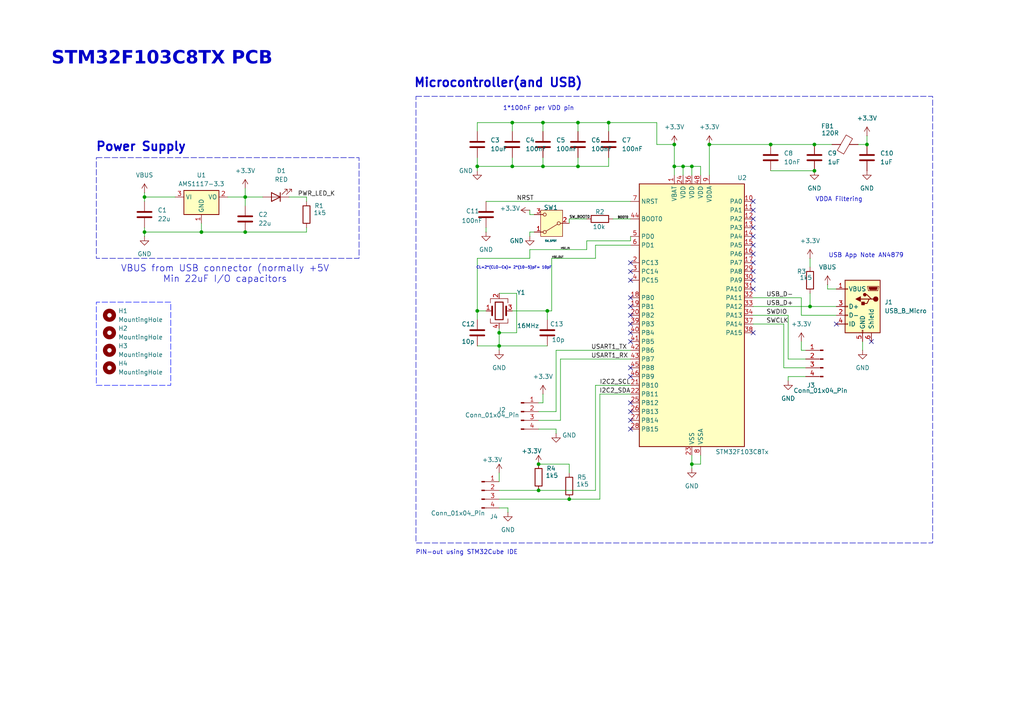
<source format=kicad_sch>
(kicad_sch
	(version 20250114)
	(generator "eeschema")
	(generator_version "9.0")
	(uuid "e06ae173-6685-4101-a596-d15093c915eb")
	(paper "A4")
	(title_block
		(title "STM32F103C8TX PCB")
		(date "2025-04-30")
		(rev "0.1")
		(company "Nithil Rao")
	)
	(lib_symbols
		(symbol "Connector:Conn_01x04_Pin"
			(pin_names
				(offset 1.016)
				(hide yes)
			)
			(exclude_from_sim no)
			(in_bom yes)
			(on_board yes)
			(property "Reference" "J"
				(at 0 5.08 0)
				(effects
					(font
						(size 1.27 1.27)
					)
				)
			)
			(property "Value" "Conn_01x04_Pin"
				(at 0 -7.62 0)
				(effects
					(font
						(size 1.27 1.27)
					)
				)
			)
			(property "Footprint" ""
				(at 0 0 0)
				(effects
					(font
						(size 1.27 1.27)
					)
					(hide yes)
				)
			)
			(property "Datasheet" "~"
				(at 0 0 0)
				(effects
					(font
						(size 1.27 1.27)
					)
					(hide yes)
				)
			)
			(property "Description" "Generic connector, single row, 01x04, script generated"
				(at 0 0 0)
				(effects
					(font
						(size 1.27 1.27)
					)
					(hide yes)
				)
			)
			(property "ki_locked" ""
				(at 0 0 0)
				(effects
					(font
						(size 1.27 1.27)
					)
				)
			)
			(property "ki_keywords" "connector"
				(at 0 0 0)
				(effects
					(font
						(size 1.27 1.27)
					)
					(hide yes)
				)
			)
			(property "ki_fp_filters" "Connector*:*_1x??_*"
				(at 0 0 0)
				(effects
					(font
						(size 1.27 1.27)
					)
					(hide yes)
				)
			)
			(symbol "Conn_01x04_Pin_1_1"
				(rectangle
					(start 0.8636 2.667)
					(end 0 2.413)
					(stroke
						(width 0.1524)
						(type default)
					)
					(fill
						(type outline)
					)
				)
				(rectangle
					(start 0.8636 0.127)
					(end 0 -0.127)
					(stroke
						(width 0.1524)
						(type default)
					)
					(fill
						(type outline)
					)
				)
				(rectangle
					(start 0.8636 -2.413)
					(end 0 -2.667)
					(stroke
						(width 0.1524)
						(type default)
					)
					(fill
						(type outline)
					)
				)
				(rectangle
					(start 0.8636 -4.953)
					(end 0 -5.207)
					(stroke
						(width 0.1524)
						(type default)
					)
					(fill
						(type outline)
					)
				)
				(polyline
					(pts
						(xy 1.27 2.54) (xy 0.8636 2.54)
					)
					(stroke
						(width 0.1524)
						(type default)
					)
					(fill
						(type none)
					)
				)
				(polyline
					(pts
						(xy 1.27 0) (xy 0.8636 0)
					)
					(stroke
						(width 0.1524)
						(type default)
					)
					(fill
						(type none)
					)
				)
				(polyline
					(pts
						(xy 1.27 -2.54) (xy 0.8636 -2.54)
					)
					(stroke
						(width 0.1524)
						(type default)
					)
					(fill
						(type none)
					)
				)
				(polyline
					(pts
						(xy 1.27 -5.08) (xy 0.8636 -5.08)
					)
					(stroke
						(width 0.1524)
						(type default)
					)
					(fill
						(type none)
					)
				)
				(pin passive line
					(at 5.08 2.54 180)
					(length 3.81)
					(name "Pin_1"
						(effects
							(font
								(size 1.27 1.27)
							)
						)
					)
					(number "1"
						(effects
							(font
								(size 1.27 1.27)
							)
						)
					)
				)
				(pin passive line
					(at 5.08 0 180)
					(length 3.81)
					(name "Pin_2"
						(effects
							(font
								(size 1.27 1.27)
							)
						)
					)
					(number "2"
						(effects
							(font
								(size 1.27 1.27)
							)
						)
					)
				)
				(pin passive line
					(at 5.08 -2.54 180)
					(length 3.81)
					(name "Pin_3"
						(effects
							(font
								(size 1.27 1.27)
							)
						)
					)
					(number "3"
						(effects
							(font
								(size 1.27 1.27)
							)
						)
					)
				)
				(pin passive line
					(at 5.08 -5.08 180)
					(length 3.81)
					(name "Pin_4"
						(effects
							(font
								(size 1.27 1.27)
							)
						)
					)
					(number "4"
						(effects
							(font
								(size 1.27 1.27)
							)
						)
					)
				)
			)
			(embedded_fonts no)
		)
		(symbol "Connector:USB_B_Micro"
			(pin_names
				(offset 1.016)
			)
			(exclude_from_sim no)
			(in_bom yes)
			(on_board yes)
			(property "Reference" "J"
				(at -5.08 11.43 0)
				(effects
					(font
						(size 1.27 1.27)
					)
					(justify left)
				)
			)
			(property "Value" "USB_B_Micro"
				(at -5.08 8.89 0)
				(effects
					(font
						(size 1.27 1.27)
					)
					(justify left)
				)
			)
			(property "Footprint" ""
				(at 3.81 -1.27 0)
				(effects
					(font
						(size 1.27 1.27)
					)
					(hide yes)
				)
			)
			(property "Datasheet" "~"
				(at 3.81 -1.27 0)
				(effects
					(font
						(size 1.27 1.27)
					)
					(hide yes)
				)
			)
			(property "Description" "USB Micro Type B connector"
				(at 0 0 0)
				(effects
					(font
						(size 1.27 1.27)
					)
					(hide yes)
				)
			)
			(property "ki_keywords" "connector USB micro"
				(at 0 0 0)
				(effects
					(font
						(size 1.27 1.27)
					)
					(hide yes)
				)
			)
			(property "ki_fp_filters" "USB*"
				(at 0 0 0)
				(effects
					(font
						(size 1.27 1.27)
					)
					(hide yes)
				)
			)
			(symbol "USB_B_Micro_0_1"
				(rectangle
					(start -5.08 -7.62)
					(end 5.08 7.62)
					(stroke
						(width 0.254)
						(type default)
					)
					(fill
						(type background)
					)
				)
				(polyline
					(pts
						(xy -4.699 5.842) (xy -4.699 5.588) (xy -4.445 4.826) (xy -4.445 4.572) (xy -1.651 4.572) (xy -1.651 4.826)
						(xy -1.397 5.588) (xy -1.397 5.842) (xy -4.699 5.842)
					)
					(stroke
						(width 0)
						(type default)
					)
					(fill
						(type none)
					)
				)
				(polyline
					(pts
						(xy -4.318 5.588) (xy -1.778 5.588) (xy -2.032 4.826) (xy -4.064 4.826) (xy -4.318 5.588)
					)
					(stroke
						(width 0)
						(type default)
					)
					(fill
						(type outline)
					)
				)
				(circle
					(center -3.81 2.159)
					(radius 0.635)
					(stroke
						(width 0.254)
						(type default)
					)
					(fill
						(type outline)
					)
				)
				(polyline
					(pts
						(xy -3.175 2.159) (xy -2.54 2.159) (xy -1.27 3.429) (xy -0.635 3.429)
					)
					(stroke
						(width 0.254)
						(type default)
					)
					(fill
						(type none)
					)
				)
				(polyline
					(pts
						(xy -2.54 2.159) (xy -1.905 2.159) (xy -1.27 0.889) (xy 0 0.889)
					)
					(stroke
						(width 0.254)
						(type default)
					)
					(fill
						(type none)
					)
				)
				(polyline
					(pts
						(xy -1.905 2.159) (xy 0.635 2.159)
					)
					(stroke
						(width 0.254)
						(type default)
					)
					(fill
						(type none)
					)
				)
				(circle
					(center -0.635 3.429)
					(radius 0.381)
					(stroke
						(width 0.254)
						(type default)
					)
					(fill
						(type outline)
					)
				)
				(rectangle
					(start -0.127 -7.62)
					(end 0.127 -6.858)
					(stroke
						(width 0)
						(type default)
					)
					(fill
						(type none)
					)
				)
				(rectangle
					(start 0.254 1.27)
					(end -0.508 0.508)
					(stroke
						(width 0.254)
						(type default)
					)
					(fill
						(type outline)
					)
				)
				(polyline
					(pts
						(xy 0.635 2.794) (xy 0.635 1.524) (xy 1.905 2.159) (xy 0.635 2.794)
					)
					(stroke
						(width 0.254)
						(type default)
					)
					(fill
						(type outline)
					)
				)
				(rectangle
					(start 5.08 4.953)
					(end 4.318 5.207)
					(stroke
						(width 0)
						(type default)
					)
					(fill
						(type none)
					)
				)
				(rectangle
					(start 5.08 -0.127)
					(end 4.318 0.127)
					(stroke
						(width 0)
						(type default)
					)
					(fill
						(type none)
					)
				)
				(rectangle
					(start 5.08 -2.667)
					(end 4.318 -2.413)
					(stroke
						(width 0)
						(type default)
					)
					(fill
						(type none)
					)
				)
				(rectangle
					(start 5.08 -5.207)
					(end 4.318 -4.953)
					(stroke
						(width 0)
						(type default)
					)
					(fill
						(type none)
					)
				)
			)
			(symbol "USB_B_Micro_1_1"
				(pin passive line
					(at -2.54 -10.16 90)
					(length 2.54)
					(name "Shield"
						(effects
							(font
								(size 1.27 1.27)
							)
						)
					)
					(number "6"
						(effects
							(font
								(size 1.27 1.27)
							)
						)
					)
				)
				(pin power_out line
					(at 0 -10.16 90)
					(length 2.54)
					(name "GND"
						(effects
							(font
								(size 1.27 1.27)
							)
						)
					)
					(number "5"
						(effects
							(font
								(size 1.27 1.27)
							)
						)
					)
				)
				(pin power_out line
					(at 7.62 5.08 180)
					(length 2.54)
					(name "VBUS"
						(effects
							(font
								(size 1.27 1.27)
							)
						)
					)
					(number "1"
						(effects
							(font
								(size 1.27 1.27)
							)
						)
					)
				)
				(pin bidirectional line
					(at 7.62 0 180)
					(length 2.54)
					(name "D+"
						(effects
							(font
								(size 1.27 1.27)
							)
						)
					)
					(number "3"
						(effects
							(font
								(size 1.27 1.27)
							)
						)
					)
				)
				(pin bidirectional line
					(at 7.62 -2.54 180)
					(length 2.54)
					(name "D-"
						(effects
							(font
								(size 1.27 1.27)
							)
						)
					)
					(number "2"
						(effects
							(font
								(size 1.27 1.27)
							)
						)
					)
				)
				(pin passive line
					(at 7.62 -5.08 180)
					(length 2.54)
					(name "ID"
						(effects
							(font
								(size 1.27 1.27)
							)
						)
					)
					(number "4"
						(effects
							(font
								(size 1.27 1.27)
							)
						)
					)
				)
			)
			(embedded_fonts no)
		)
		(symbol "Device:C"
			(pin_numbers
				(hide yes)
			)
			(pin_names
				(offset 0.254)
			)
			(exclude_from_sim no)
			(in_bom yes)
			(on_board yes)
			(property "Reference" "C"
				(at 0.635 2.54 0)
				(effects
					(font
						(size 1.27 1.27)
					)
					(justify left)
				)
			)
			(property "Value" "C"
				(at 0.635 -2.54 0)
				(effects
					(font
						(size 1.27 1.27)
					)
					(justify left)
				)
			)
			(property "Footprint" ""
				(at 0.9652 -3.81 0)
				(effects
					(font
						(size 1.27 1.27)
					)
					(hide yes)
				)
			)
			(property "Datasheet" "~"
				(at 0 0 0)
				(effects
					(font
						(size 1.27 1.27)
					)
					(hide yes)
				)
			)
			(property "Description" "Unpolarized capacitor"
				(at 0 0 0)
				(effects
					(font
						(size 1.27 1.27)
					)
					(hide yes)
				)
			)
			(property "ki_keywords" "cap capacitor"
				(at 0 0 0)
				(effects
					(font
						(size 1.27 1.27)
					)
					(hide yes)
				)
			)
			(property "ki_fp_filters" "C_*"
				(at 0 0 0)
				(effects
					(font
						(size 1.27 1.27)
					)
					(hide yes)
				)
			)
			(symbol "C_0_1"
				(polyline
					(pts
						(xy -2.032 0.762) (xy 2.032 0.762)
					)
					(stroke
						(width 0.508)
						(type default)
					)
					(fill
						(type none)
					)
				)
				(polyline
					(pts
						(xy -2.032 -0.762) (xy 2.032 -0.762)
					)
					(stroke
						(width 0.508)
						(type default)
					)
					(fill
						(type none)
					)
				)
			)
			(symbol "C_1_1"
				(pin passive line
					(at 0 3.81 270)
					(length 2.794)
					(name "~"
						(effects
							(font
								(size 1.27 1.27)
							)
						)
					)
					(number "1"
						(effects
							(font
								(size 1.27 1.27)
							)
						)
					)
				)
				(pin passive line
					(at 0 -3.81 90)
					(length 2.794)
					(name "~"
						(effects
							(font
								(size 1.27 1.27)
							)
						)
					)
					(number "2"
						(effects
							(font
								(size 1.27 1.27)
							)
						)
					)
				)
			)
			(embedded_fonts no)
		)
		(symbol "Device:Crystal_GND24"
			(pin_names
				(offset 1.016)
				(hide yes)
			)
			(exclude_from_sim no)
			(in_bom yes)
			(on_board yes)
			(property "Reference" "Y"
				(at 3.175 5.08 0)
				(effects
					(font
						(size 1.27 1.27)
					)
					(justify left)
				)
			)
			(property "Value" "Crystal_GND24"
				(at 3.175 3.175 0)
				(effects
					(font
						(size 1.27 1.27)
					)
					(justify left)
				)
			)
			(property "Footprint" ""
				(at 0 0 0)
				(effects
					(font
						(size 1.27 1.27)
					)
					(hide yes)
				)
			)
			(property "Datasheet" "~"
				(at 0 0 0)
				(effects
					(font
						(size 1.27 1.27)
					)
					(hide yes)
				)
			)
			(property "Description" "Four pin crystal, GND on pins 2 and 4"
				(at 0 0 0)
				(effects
					(font
						(size 1.27 1.27)
					)
					(hide yes)
				)
			)
			(property "ki_keywords" "quartz ceramic resonator oscillator"
				(at 0 0 0)
				(effects
					(font
						(size 1.27 1.27)
					)
					(hide yes)
				)
			)
			(property "ki_fp_filters" "Crystal*"
				(at 0 0 0)
				(effects
					(font
						(size 1.27 1.27)
					)
					(hide yes)
				)
			)
			(symbol "Crystal_GND24_0_1"
				(polyline
					(pts
						(xy -2.54 2.286) (xy -2.54 3.556) (xy 2.54 3.556) (xy 2.54 2.286)
					)
					(stroke
						(width 0)
						(type default)
					)
					(fill
						(type none)
					)
				)
				(polyline
					(pts
						(xy -2.54 0) (xy -2.032 0)
					)
					(stroke
						(width 0)
						(type default)
					)
					(fill
						(type none)
					)
				)
				(polyline
					(pts
						(xy -2.54 -2.286) (xy -2.54 -3.556) (xy 2.54 -3.556) (xy 2.54 -2.286)
					)
					(stroke
						(width 0)
						(type default)
					)
					(fill
						(type none)
					)
				)
				(polyline
					(pts
						(xy -2.032 -1.27) (xy -2.032 1.27)
					)
					(stroke
						(width 0.508)
						(type default)
					)
					(fill
						(type none)
					)
				)
				(rectangle
					(start -1.143 2.54)
					(end 1.143 -2.54)
					(stroke
						(width 0.3048)
						(type default)
					)
					(fill
						(type none)
					)
				)
				(polyline
					(pts
						(xy 0 3.556) (xy 0 3.81)
					)
					(stroke
						(width 0)
						(type default)
					)
					(fill
						(type none)
					)
				)
				(polyline
					(pts
						(xy 0 -3.81) (xy 0 -3.556)
					)
					(stroke
						(width 0)
						(type default)
					)
					(fill
						(type none)
					)
				)
				(polyline
					(pts
						(xy 2.032 0) (xy 2.54 0)
					)
					(stroke
						(width 0)
						(type default)
					)
					(fill
						(type none)
					)
				)
				(polyline
					(pts
						(xy 2.032 -1.27) (xy 2.032 1.27)
					)
					(stroke
						(width 0.508)
						(type default)
					)
					(fill
						(type none)
					)
				)
			)
			(symbol "Crystal_GND24_1_1"
				(pin passive line
					(at -3.81 0 0)
					(length 1.27)
					(name "1"
						(effects
							(font
								(size 1.27 1.27)
							)
						)
					)
					(number "1"
						(effects
							(font
								(size 1.27 1.27)
							)
						)
					)
				)
				(pin passive line
					(at 0 5.08 270)
					(length 1.27)
					(name "2"
						(effects
							(font
								(size 1.27 1.27)
							)
						)
					)
					(number "2"
						(effects
							(font
								(size 1.27 1.27)
							)
						)
					)
				)
				(pin passive line
					(at 0 -5.08 90)
					(length 1.27)
					(name "4"
						(effects
							(font
								(size 1.27 1.27)
							)
						)
					)
					(number "4"
						(effects
							(font
								(size 1.27 1.27)
							)
						)
					)
				)
				(pin passive line
					(at 3.81 0 180)
					(length 1.27)
					(name "3"
						(effects
							(font
								(size 1.27 1.27)
							)
						)
					)
					(number "3"
						(effects
							(font
								(size 1.27 1.27)
							)
						)
					)
				)
			)
			(embedded_fonts no)
		)
		(symbol "Device:FerriteBead"
			(pin_numbers
				(hide yes)
			)
			(pin_names
				(offset 0)
			)
			(exclude_from_sim no)
			(in_bom yes)
			(on_board yes)
			(property "Reference" "FB"
				(at -3.81 0.635 90)
				(effects
					(font
						(size 1.27 1.27)
					)
				)
			)
			(property "Value" "FerriteBead"
				(at 3.81 0 90)
				(effects
					(font
						(size 1.27 1.27)
					)
				)
			)
			(property "Footprint" ""
				(at -1.778 0 90)
				(effects
					(font
						(size 1.27 1.27)
					)
					(hide yes)
				)
			)
			(property "Datasheet" "~"
				(at 0 0 0)
				(effects
					(font
						(size 1.27 1.27)
					)
					(hide yes)
				)
			)
			(property "Description" "Ferrite bead"
				(at 0 0 0)
				(effects
					(font
						(size 1.27 1.27)
					)
					(hide yes)
				)
			)
			(property "ki_keywords" "L ferrite bead inductor filter"
				(at 0 0 0)
				(effects
					(font
						(size 1.27 1.27)
					)
					(hide yes)
				)
			)
			(property "ki_fp_filters" "Inductor_* L_* *Ferrite*"
				(at 0 0 0)
				(effects
					(font
						(size 1.27 1.27)
					)
					(hide yes)
				)
			)
			(symbol "FerriteBead_0_1"
				(polyline
					(pts
						(xy -2.7686 0.4064) (xy -1.7018 2.2606) (xy 2.7686 -0.3048) (xy 1.6764 -2.159) (xy -2.7686 0.4064)
					)
					(stroke
						(width 0)
						(type default)
					)
					(fill
						(type none)
					)
				)
				(polyline
					(pts
						(xy 0 1.27) (xy 0 1.2954)
					)
					(stroke
						(width 0)
						(type default)
					)
					(fill
						(type none)
					)
				)
				(polyline
					(pts
						(xy 0 -1.27) (xy 0 -1.2192)
					)
					(stroke
						(width 0)
						(type default)
					)
					(fill
						(type none)
					)
				)
			)
			(symbol "FerriteBead_1_1"
				(pin passive line
					(at 0 3.81 270)
					(length 2.54)
					(name "~"
						(effects
							(font
								(size 1.27 1.27)
							)
						)
					)
					(number "1"
						(effects
							(font
								(size 1.27 1.27)
							)
						)
					)
				)
				(pin passive line
					(at 0 -3.81 90)
					(length 2.54)
					(name "~"
						(effects
							(font
								(size 1.27 1.27)
							)
						)
					)
					(number "2"
						(effects
							(font
								(size 1.27 1.27)
							)
						)
					)
				)
			)
			(embedded_fonts no)
		)
		(symbol "Device:LED"
			(pin_numbers
				(hide yes)
			)
			(pin_names
				(offset 1.016)
				(hide yes)
			)
			(exclude_from_sim no)
			(in_bom yes)
			(on_board yes)
			(property "Reference" "D"
				(at 0 2.54 0)
				(effects
					(font
						(size 1.27 1.27)
					)
				)
			)
			(property "Value" "LED"
				(at 0 -2.54 0)
				(effects
					(font
						(size 1.27 1.27)
					)
				)
			)
			(property "Footprint" ""
				(at 0 0 0)
				(effects
					(font
						(size 1.27 1.27)
					)
					(hide yes)
				)
			)
			(property "Datasheet" "~"
				(at 0 0 0)
				(effects
					(font
						(size 1.27 1.27)
					)
					(hide yes)
				)
			)
			(property "Description" "Light emitting diode"
				(at 0 0 0)
				(effects
					(font
						(size 1.27 1.27)
					)
					(hide yes)
				)
			)
			(property "Sim.Pins" "1=K 2=A"
				(at 0 0 0)
				(effects
					(font
						(size 1.27 1.27)
					)
					(hide yes)
				)
			)
			(property "ki_keywords" "LED diode"
				(at 0 0 0)
				(effects
					(font
						(size 1.27 1.27)
					)
					(hide yes)
				)
			)
			(property "ki_fp_filters" "LED* LED_SMD:* LED_THT:*"
				(at 0 0 0)
				(effects
					(font
						(size 1.27 1.27)
					)
					(hide yes)
				)
			)
			(symbol "LED_0_1"
				(polyline
					(pts
						(xy -3.048 -0.762) (xy -4.572 -2.286) (xy -3.81 -2.286) (xy -4.572 -2.286) (xy -4.572 -1.524)
					)
					(stroke
						(width 0)
						(type default)
					)
					(fill
						(type none)
					)
				)
				(polyline
					(pts
						(xy -1.778 -0.762) (xy -3.302 -2.286) (xy -2.54 -2.286) (xy -3.302 -2.286) (xy -3.302 -1.524)
					)
					(stroke
						(width 0)
						(type default)
					)
					(fill
						(type none)
					)
				)
				(polyline
					(pts
						(xy -1.27 0) (xy 1.27 0)
					)
					(stroke
						(width 0)
						(type default)
					)
					(fill
						(type none)
					)
				)
				(polyline
					(pts
						(xy -1.27 -1.27) (xy -1.27 1.27)
					)
					(stroke
						(width 0.254)
						(type default)
					)
					(fill
						(type none)
					)
				)
				(polyline
					(pts
						(xy 1.27 -1.27) (xy 1.27 1.27) (xy -1.27 0) (xy 1.27 -1.27)
					)
					(stroke
						(width 0.254)
						(type default)
					)
					(fill
						(type none)
					)
				)
			)
			(symbol "LED_1_1"
				(pin passive line
					(at -3.81 0 0)
					(length 2.54)
					(name "K"
						(effects
							(font
								(size 1.27 1.27)
							)
						)
					)
					(number "1"
						(effects
							(font
								(size 1.27 1.27)
							)
						)
					)
				)
				(pin passive line
					(at 3.81 0 180)
					(length 2.54)
					(name "A"
						(effects
							(font
								(size 1.27 1.27)
							)
						)
					)
					(number "2"
						(effects
							(font
								(size 1.27 1.27)
							)
						)
					)
				)
			)
			(embedded_fonts no)
		)
		(symbol "Device:R"
			(pin_numbers
				(hide yes)
			)
			(pin_names
				(offset 0)
			)
			(exclude_from_sim no)
			(in_bom yes)
			(on_board yes)
			(property "Reference" "R"
				(at 2.032 0 90)
				(effects
					(font
						(size 1.27 1.27)
					)
				)
			)
			(property "Value" "R"
				(at 0 0 90)
				(effects
					(font
						(size 1.27 1.27)
					)
				)
			)
			(property "Footprint" ""
				(at -1.778 0 90)
				(effects
					(font
						(size 1.27 1.27)
					)
					(hide yes)
				)
			)
			(property "Datasheet" "~"
				(at 0 0 0)
				(effects
					(font
						(size 1.27 1.27)
					)
					(hide yes)
				)
			)
			(property "Description" "Resistor"
				(at 0 0 0)
				(effects
					(font
						(size 1.27 1.27)
					)
					(hide yes)
				)
			)
			(property "ki_keywords" "R res resistor"
				(at 0 0 0)
				(effects
					(font
						(size 1.27 1.27)
					)
					(hide yes)
				)
			)
			(property "ki_fp_filters" "R_*"
				(at 0 0 0)
				(effects
					(font
						(size 1.27 1.27)
					)
					(hide yes)
				)
			)
			(symbol "R_0_1"
				(rectangle
					(start -1.016 -2.54)
					(end 1.016 2.54)
					(stroke
						(width 0.254)
						(type default)
					)
					(fill
						(type none)
					)
				)
			)
			(symbol "R_1_1"
				(pin passive line
					(at 0 3.81 270)
					(length 1.27)
					(name "~"
						(effects
							(font
								(size 1.27 1.27)
							)
						)
					)
					(number "1"
						(effects
							(font
								(size 1.27 1.27)
							)
						)
					)
				)
				(pin passive line
					(at 0 -3.81 90)
					(length 1.27)
					(name "~"
						(effects
							(font
								(size 1.27 1.27)
							)
						)
					)
					(number "2"
						(effects
							(font
								(size 1.27 1.27)
							)
						)
					)
				)
			)
			(embedded_fonts no)
		)
		(symbol "MCU_ST_STM32F1:STM32F103C8Tx"
			(exclude_from_sim no)
			(in_bom yes)
			(on_board yes)
			(property "Reference" "U"
				(at -15.24 39.37 0)
				(effects
					(font
						(size 1.27 1.27)
					)
					(justify left)
				)
			)
			(property "Value" "STM32F103C8Tx"
				(at 7.62 39.37 0)
				(effects
					(font
						(size 1.27 1.27)
					)
					(justify left)
				)
			)
			(property "Footprint" "Package_QFP:LQFP-48_7x7mm_P0.5mm"
				(at -15.24 -38.1 0)
				(effects
					(font
						(size 1.27 1.27)
					)
					(justify right)
					(hide yes)
				)
			)
			(property "Datasheet" "https://www.st.com/resource/en/datasheet/stm32f103c8.pdf"
				(at 0 0 0)
				(effects
					(font
						(size 1.27 1.27)
					)
					(hide yes)
				)
			)
			(property "Description" "STMicroelectronics Arm Cortex-M3 MCU, 64KB flash, 20KB RAM, 72 MHz, 2.0-3.6V, 37 GPIO, LQFP48"
				(at 0 0 0)
				(effects
					(font
						(size 1.27 1.27)
					)
					(hide yes)
				)
			)
			(property "ki_keywords" "Arm Cortex-M3 STM32F1 STM32F103"
				(at 0 0 0)
				(effects
					(font
						(size 1.27 1.27)
					)
					(hide yes)
				)
			)
			(property "ki_fp_filters" "LQFP*7x7mm*P0.5mm*"
				(at 0 0 0)
				(effects
					(font
						(size 1.27 1.27)
					)
					(hide yes)
				)
			)
			(symbol "STM32F103C8Tx_0_1"
				(rectangle
					(start -15.24 -38.1)
					(end 15.24 38.1)
					(stroke
						(width 0.254)
						(type default)
					)
					(fill
						(type background)
					)
				)
			)
			(symbol "STM32F103C8Tx_1_1"
				(pin input line
					(at -17.78 33.02 0)
					(length 2.54)
					(name "NRST"
						(effects
							(font
								(size 1.27 1.27)
							)
						)
					)
					(number "7"
						(effects
							(font
								(size 1.27 1.27)
							)
						)
					)
				)
				(pin input line
					(at -17.78 27.94 0)
					(length 2.54)
					(name "BOOT0"
						(effects
							(font
								(size 1.27 1.27)
							)
						)
					)
					(number "44"
						(effects
							(font
								(size 1.27 1.27)
							)
						)
					)
				)
				(pin bidirectional line
					(at -17.78 22.86 0)
					(length 2.54)
					(name "PD0"
						(effects
							(font
								(size 1.27 1.27)
							)
						)
					)
					(number "5"
						(effects
							(font
								(size 1.27 1.27)
							)
						)
					)
					(alternate "RCC_OSC_IN" bidirectional line)
				)
				(pin bidirectional line
					(at -17.78 20.32 0)
					(length 2.54)
					(name "PD1"
						(effects
							(font
								(size 1.27 1.27)
							)
						)
					)
					(number "6"
						(effects
							(font
								(size 1.27 1.27)
							)
						)
					)
					(alternate "RCC_OSC_OUT" bidirectional line)
				)
				(pin bidirectional line
					(at -17.78 15.24 0)
					(length 2.54)
					(name "PC13"
						(effects
							(font
								(size 1.27 1.27)
							)
						)
					)
					(number "2"
						(effects
							(font
								(size 1.27 1.27)
							)
						)
					)
					(alternate "RTC_OUT" bidirectional line)
					(alternate "RTC_TAMPER" bidirectional line)
				)
				(pin bidirectional line
					(at -17.78 12.7 0)
					(length 2.54)
					(name "PC14"
						(effects
							(font
								(size 1.27 1.27)
							)
						)
					)
					(number "3"
						(effects
							(font
								(size 1.27 1.27)
							)
						)
					)
					(alternate "RCC_OSC32_IN" bidirectional line)
				)
				(pin bidirectional line
					(at -17.78 10.16 0)
					(length 2.54)
					(name "PC15"
						(effects
							(font
								(size 1.27 1.27)
							)
						)
					)
					(number "4"
						(effects
							(font
								(size 1.27 1.27)
							)
						)
					)
					(alternate "ADC1_EXTI15" bidirectional line)
					(alternate "ADC2_EXTI15" bidirectional line)
					(alternate "RCC_OSC32_OUT" bidirectional line)
				)
				(pin bidirectional line
					(at -17.78 5.08 0)
					(length 2.54)
					(name "PB0"
						(effects
							(font
								(size 1.27 1.27)
							)
						)
					)
					(number "18"
						(effects
							(font
								(size 1.27 1.27)
							)
						)
					)
					(alternate "ADC1_IN8" bidirectional line)
					(alternate "ADC2_IN8" bidirectional line)
					(alternate "TIM1_CH2N" bidirectional line)
					(alternate "TIM3_CH3" bidirectional line)
				)
				(pin bidirectional line
					(at -17.78 2.54 0)
					(length 2.54)
					(name "PB1"
						(effects
							(font
								(size 1.27 1.27)
							)
						)
					)
					(number "19"
						(effects
							(font
								(size 1.27 1.27)
							)
						)
					)
					(alternate "ADC1_IN9" bidirectional line)
					(alternate "ADC2_IN9" bidirectional line)
					(alternate "TIM1_CH3N" bidirectional line)
					(alternate "TIM3_CH4" bidirectional line)
				)
				(pin bidirectional line
					(at -17.78 0 0)
					(length 2.54)
					(name "PB2"
						(effects
							(font
								(size 1.27 1.27)
							)
						)
					)
					(number "20"
						(effects
							(font
								(size 1.27 1.27)
							)
						)
					)
				)
				(pin bidirectional line
					(at -17.78 -2.54 0)
					(length 2.54)
					(name "PB3"
						(effects
							(font
								(size 1.27 1.27)
							)
						)
					)
					(number "39"
						(effects
							(font
								(size 1.27 1.27)
							)
						)
					)
					(alternate "SPI1_SCK" bidirectional line)
					(alternate "SYS_JTDO-TRACESWO" bidirectional line)
					(alternate "TIM2_CH2" bidirectional line)
				)
				(pin bidirectional line
					(at -17.78 -5.08 0)
					(length 2.54)
					(name "PB4"
						(effects
							(font
								(size 1.27 1.27)
							)
						)
					)
					(number "40"
						(effects
							(font
								(size 1.27 1.27)
							)
						)
					)
					(alternate "SPI1_MISO" bidirectional line)
					(alternate "SYS_NJTRST" bidirectional line)
					(alternate "TIM3_CH1" bidirectional line)
				)
				(pin bidirectional line
					(at -17.78 -7.62 0)
					(length 2.54)
					(name "PB5"
						(effects
							(font
								(size 1.27 1.27)
							)
						)
					)
					(number "41"
						(effects
							(font
								(size 1.27 1.27)
							)
						)
					)
					(alternate "I2C1_SMBA" bidirectional line)
					(alternate "SPI1_MOSI" bidirectional line)
					(alternate "TIM3_CH2" bidirectional line)
				)
				(pin bidirectional line
					(at -17.78 -10.16 0)
					(length 2.54)
					(name "PB6"
						(effects
							(font
								(size 1.27 1.27)
							)
						)
					)
					(number "42"
						(effects
							(font
								(size 1.27 1.27)
							)
						)
					)
					(alternate "I2C1_SCL" bidirectional line)
					(alternate "TIM4_CH1" bidirectional line)
					(alternate "USART1_TX" bidirectional line)
				)
				(pin bidirectional line
					(at -17.78 -12.7 0)
					(length 2.54)
					(name "PB7"
						(effects
							(font
								(size 1.27 1.27)
							)
						)
					)
					(number "43"
						(effects
							(font
								(size 1.27 1.27)
							)
						)
					)
					(alternate "I2C1_SDA" bidirectional line)
					(alternate "TIM4_CH2" bidirectional line)
					(alternate "USART1_RX" bidirectional line)
				)
				(pin bidirectional line
					(at -17.78 -15.24 0)
					(length 2.54)
					(name "PB8"
						(effects
							(font
								(size 1.27 1.27)
							)
						)
					)
					(number "45"
						(effects
							(font
								(size 1.27 1.27)
							)
						)
					)
					(alternate "CAN_RX" bidirectional line)
					(alternate "I2C1_SCL" bidirectional line)
					(alternate "TIM4_CH3" bidirectional line)
				)
				(pin bidirectional line
					(at -17.78 -17.78 0)
					(length 2.54)
					(name "PB9"
						(effects
							(font
								(size 1.27 1.27)
							)
						)
					)
					(number "46"
						(effects
							(font
								(size 1.27 1.27)
							)
						)
					)
					(alternate "CAN_TX" bidirectional line)
					(alternate "I2C1_SDA" bidirectional line)
					(alternate "TIM4_CH4" bidirectional line)
				)
				(pin bidirectional line
					(at -17.78 -20.32 0)
					(length 2.54)
					(name "PB10"
						(effects
							(font
								(size 1.27 1.27)
							)
						)
					)
					(number "21"
						(effects
							(font
								(size 1.27 1.27)
							)
						)
					)
					(alternate "I2C2_SCL" bidirectional line)
					(alternate "TIM2_CH3" bidirectional line)
					(alternate "USART3_TX" bidirectional line)
				)
				(pin bidirectional line
					(at -17.78 -22.86 0)
					(length 2.54)
					(name "PB11"
						(effects
							(font
								(size 1.27 1.27)
							)
						)
					)
					(number "22"
						(effects
							(font
								(size 1.27 1.27)
							)
						)
					)
					(alternate "ADC1_EXTI11" bidirectional line)
					(alternate "ADC2_EXTI11" bidirectional line)
					(alternate "I2C2_SDA" bidirectional line)
					(alternate "TIM2_CH4" bidirectional line)
					(alternate "USART3_RX" bidirectional line)
				)
				(pin bidirectional line
					(at -17.78 -25.4 0)
					(length 2.54)
					(name "PB12"
						(effects
							(font
								(size 1.27 1.27)
							)
						)
					)
					(number "25"
						(effects
							(font
								(size 1.27 1.27)
							)
						)
					)
					(alternate "I2C2_SMBA" bidirectional line)
					(alternate "SPI2_NSS" bidirectional line)
					(alternate "TIM1_BKIN" bidirectional line)
					(alternate "USART3_CK" bidirectional line)
				)
				(pin bidirectional line
					(at -17.78 -27.94 0)
					(length 2.54)
					(name "PB13"
						(effects
							(font
								(size 1.27 1.27)
							)
						)
					)
					(number "26"
						(effects
							(font
								(size 1.27 1.27)
							)
						)
					)
					(alternate "SPI2_SCK" bidirectional line)
					(alternate "TIM1_CH1N" bidirectional line)
					(alternate "USART3_CTS" bidirectional line)
				)
				(pin bidirectional line
					(at -17.78 -30.48 0)
					(length 2.54)
					(name "PB14"
						(effects
							(font
								(size 1.27 1.27)
							)
						)
					)
					(number "27"
						(effects
							(font
								(size 1.27 1.27)
							)
						)
					)
					(alternate "SPI2_MISO" bidirectional line)
					(alternate "TIM1_CH2N" bidirectional line)
					(alternate "USART3_RTS" bidirectional line)
				)
				(pin bidirectional line
					(at -17.78 -33.02 0)
					(length 2.54)
					(name "PB15"
						(effects
							(font
								(size 1.27 1.27)
							)
						)
					)
					(number "28"
						(effects
							(font
								(size 1.27 1.27)
							)
						)
					)
					(alternate "ADC1_EXTI15" bidirectional line)
					(alternate "ADC2_EXTI15" bidirectional line)
					(alternate "SPI2_MOSI" bidirectional line)
					(alternate "TIM1_CH3N" bidirectional line)
				)
				(pin power_in line
					(at -5.08 40.64 270)
					(length 2.54)
					(name "VBAT"
						(effects
							(font
								(size 1.27 1.27)
							)
						)
					)
					(number "1"
						(effects
							(font
								(size 1.27 1.27)
							)
						)
					)
				)
				(pin power_in line
					(at -2.54 40.64 270)
					(length 2.54)
					(name "VDD"
						(effects
							(font
								(size 1.27 1.27)
							)
						)
					)
					(number "24"
						(effects
							(font
								(size 1.27 1.27)
							)
						)
					)
				)
				(pin power_in line
					(at 0 40.64 270)
					(length 2.54)
					(name "VDD"
						(effects
							(font
								(size 1.27 1.27)
							)
						)
					)
					(number "36"
						(effects
							(font
								(size 1.27 1.27)
							)
						)
					)
				)
				(pin power_in line
					(at 0 -40.64 90)
					(length 2.54)
					(name "VSS"
						(effects
							(font
								(size 1.27 1.27)
							)
						)
					)
					(number "23"
						(effects
							(font
								(size 1.27 1.27)
							)
						)
					)
				)
				(pin passive line
					(at 0 -40.64 90)
					(length 2.54)
					(hide yes)
					(name "VSS"
						(effects
							(font
								(size 1.27 1.27)
							)
						)
					)
					(number "35"
						(effects
							(font
								(size 1.27 1.27)
							)
						)
					)
				)
				(pin passive line
					(at 0 -40.64 90)
					(length 2.54)
					(hide yes)
					(name "VSS"
						(effects
							(font
								(size 1.27 1.27)
							)
						)
					)
					(number "47"
						(effects
							(font
								(size 1.27 1.27)
							)
						)
					)
				)
				(pin power_in line
					(at 2.54 40.64 270)
					(length 2.54)
					(name "VDD"
						(effects
							(font
								(size 1.27 1.27)
							)
						)
					)
					(number "48"
						(effects
							(font
								(size 1.27 1.27)
							)
						)
					)
				)
				(pin power_in line
					(at 2.54 -40.64 90)
					(length 2.54)
					(name "VSSA"
						(effects
							(font
								(size 1.27 1.27)
							)
						)
					)
					(number "8"
						(effects
							(font
								(size 1.27 1.27)
							)
						)
					)
				)
				(pin power_in line
					(at 5.08 40.64 270)
					(length 2.54)
					(name "VDDA"
						(effects
							(font
								(size 1.27 1.27)
							)
						)
					)
					(number "9"
						(effects
							(font
								(size 1.27 1.27)
							)
						)
					)
				)
				(pin bidirectional line
					(at 17.78 33.02 180)
					(length 2.54)
					(name "PA0"
						(effects
							(font
								(size 1.27 1.27)
							)
						)
					)
					(number "10"
						(effects
							(font
								(size 1.27 1.27)
							)
						)
					)
					(alternate "ADC1_IN0" bidirectional line)
					(alternate "ADC2_IN0" bidirectional line)
					(alternate "SYS_WKUP" bidirectional line)
					(alternate "TIM2_CH1" bidirectional line)
					(alternate "TIM2_ETR" bidirectional line)
					(alternate "USART2_CTS" bidirectional line)
				)
				(pin bidirectional line
					(at 17.78 30.48 180)
					(length 2.54)
					(name "PA1"
						(effects
							(font
								(size 1.27 1.27)
							)
						)
					)
					(number "11"
						(effects
							(font
								(size 1.27 1.27)
							)
						)
					)
					(alternate "ADC1_IN1" bidirectional line)
					(alternate "ADC2_IN1" bidirectional line)
					(alternate "TIM2_CH2" bidirectional line)
					(alternate "USART2_RTS" bidirectional line)
				)
				(pin bidirectional line
					(at 17.78 27.94 180)
					(length 2.54)
					(name "PA2"
						(effects
							(font
								(size 1.27 1.27)
							)
						)
					)
					(number "12"
						(effects
							(font
								(size 1.27 1.27)
							)
						)
					)
					(alternate "ADC1_IN2" bidirectional line)
					(alternate "ADC2_IN2" bidirectional line)
					(alternate "TIM2_CH3" bidirectional line)
					(alternate "USART2_TX" bidirectional line)
				)
				(pin bidirectional line
					(at 17.78 25.4 180)
					(length 2.54)
					(name "PA3"
						(effects
							(font
								(size 1.27 1.27)
							)
						)
					)
					(number "13"
						(effects
							(font
								(size 1.27 1.27)
							)
						)
					)
					(alternate "ADC1_IN3" bidirectional line)
					(alternate "ADC2_IN3" bidirectional line)
					(alternate "TIM2_CH4" bidirectional line)
					(alternate "USART2_RX" bidirectional line)
				)
				(pin bidirectional line
					(at 17.78 22.86 180)
					(length 2.54)
					(name "PA4"
						(effects
							(font
								(size 1.27 1.27)
							)
						)
					)
					(number "14"
						(effects
							(font
								(size 1.27 1.27)
							)
						)
					)
					(alternate "ADC1_IN4" bidirectional line)
					(alternate "ADC2_IN4" bidirectional line)
					(alternate "SPI1_NSS" bidirectional line)
					(alternate "USART2_CK" bidirectional line)
				)
				(pin bidirectional line
					(at 17.78 20.32 180)
					(length 2.54)
					(name "PA5"
						(effects
							(font
								(size 1.27 1.27)
							)
						)
					)
					(number "15"
						(effects
							(font
								(size 1.27 1.27)
							)
						)
					)
					(alternate "ADC1_IN5" bidirectional line)
					(alternate "ADC2_IN5" bidirectional line)
					(alternate "SPI1_SCK" bidirectional line)
				)
				(pin bidirectional line
					(at 17.78 17.78 180)
					(length 2.54)
					(name "PA6"
						(effects
							(font
								(size 1.27 1.27)
							)
						)
					)
					(number "16"
						(effects
							(font
								(size 1.27 1.27)
							)
						)
					)
					(alternate "ADC1_IN6" bidirectional line)
					(alternate "ADC2_IN6" bidirectional line)
					(alternate "SPI1_MISO" bidirectional line)
					(alternate "TIM1_BKIN" bidirectional line)
					(alternate "TIM3_CH1" bidirectional line)
				)
				(pin bidirectional line
					(at 17.78 15.24 180)
					(length 2.54)
					(name "PA7"
						(effects
							(font
								(size 1.27 1.27)
							)
						)
					)
					(number "17"
						(effects
							(font
								(size 1.27 1.27)
							)
						)
					)
					(alternate "ADC1_IN7" bidirectional line)
					(alternate "ADC2_IN7" bidirectional line)
					(alternate "SPI1_MOSI" bidirectional line)
					(alternate "TIM1_CH1N" bidirectional line)
					(alternate "TIM3_CH2" bidirectional line)
				)
				(pin bidirectional line
					(at 17.78 12.7 180)
					(length 2.54)
					(name "PA8"
						(effects
							(font
								(size 1.27 1.27)
							)
						)
					)
					(number "29"
						(effects
							(font
								(size 1.27 1.27)
							)
						)
					)
					(alternate "RCC_MCO" bidirectional line)
					(alternate "TIM1_CH1" bidirectional line)
					(alternate "USART1_CK" bidirectional line)
				)
				(pin bidirectional line
					(at 17.78 10.16 180)
					(length 2.54)
					(name "PA9"
						(effects
							(font
								(size 1.27 1.27)
							)
						)
					)
					(number "30"
						(effects
							(font
								(size 1.27 1.27)
							)
						)
					)
					(alternate "TIM1_CH2" bidirectional line)
					(alternate "USART1_TX" bidirectional line)
				)
				(pin bidirectional line
					(at 17.78 7.62 180)
					(length 2.54)
					(name "PA10"
						(effects
							(font
								(size 1.27 1.27)
							)
						)
					)
					(number "31"
						(effects
							(font
								(size 1.27 1.27)
							)
						)
					)
					(alternate "TIM1_CH3" bidirectional line)
					(alternate "USART1_RX" bidirectional line)
				)
				(pin bidirectional line
					(at 17.78 5.08 180)
					(length 2.54)
					(name "PA11"
						(effects
							(font
								(size 1.27 1.27)
							)
						)
					)
					(number "32"
						(effects
							(font
								(size 1.27 1.27)
							)
						)
					)
					(alternate "ADC1_EXTI11" bidirectional line)
					(alternate "ADC2_EXTI11" bidirectional line)
					(alternate "CAN_RX" bidirectional line)
					(alternate "TIM1_CH4" bidirectional line)
					(alternate "USART1_CTS" bidirectional line)
					(alternate "USB_DM" bidirectional line)
				)
				(pin bidirectional line
					(at 17.78 2.54 180)
					(length 2.54)
					(name "PA12"
						(effects
							(font
								(size 1.27 1.27)
							)
						)
					)
					(number "33"
						(effects
							(font
								(size 1.27 1.27)
							)
						)
					)
					(alternate "CAN_TX" bidirectional line)
					(alternate "TIM1_ETR" bidirectional line)
					(alternate "USART1_RTS" bidirectional line)
					(alternate "USB_DP" bidirectional line)
				)
				(pin bidirectional line
					(at 17.78 0 180)
					(length 2.54)
					(name "PA13"
						(effects
							(font
								(size 1.27 1.27)
							)
						)
					)
					(number "34"
						(effects
							(font
								(size 1.27 1.27)
							)
						)
					)
					(alternate "SYS_JTMS-SWDIO" bidirectional line)
				)
				(pin bidirectional line
					(at 17.78 -2.54 180)
					(length 2.54)
					(name "PA14"
						(effects
							(font
								(size 1.27 1.27)
							)
						)
					)
					(number "37"
						(effects
							(font
								(size 1.27 1.27)
							)
						)
					)
					(alternate "SYS_JTCK-SWCLK" bidirectional line)
				)
				(pin bidirectional line
					(at 17.78 -5.08 180)
					(length 2.54)
					(name "PA15"
						(effects
							(font
								(size 1.27 1.27)
							)
						)
					)
					(number "38"
						(effects
							(font
								(size 1.27 1.27)
							)
						)
					)
					(alternate "ADC1_EXTI15" bidirectional line)
					(alternate "ADC2_EXTI15" bidirectional line)
					(alternate "SPI1_NSS" bidirectional line)
					(alternate "SYS_JTDI" bidirectional line)
					(alternate "TIM2_CH1" bidirectional line)
					(alternate "TIM2_ETR" bidirectional line)
				)
			)
			(embedded_fonts no)
		)
		(symbol "Mechanical:MountingHole"
			(pin_names
				(offset 1.016)
			)
			(exclude_from_sim no)
			(in_bom no)
			(on_board yes)
			(property "Reference" "H"
				(at 0 5.08 0)
				(effects
					(font
						(size 1.27 1.27)
					)
				)
			)
			(property "Value" "MountingHole"
				(at 0 3.175 0)
				(effects
					(font
						(size 1.27 1.27)
					)
				)
			)
			(property "Footprint" ""
				(at 0 0 0)
				(effects
					(font
						(size 1.27 1.27)
					)
					(hide yes)
				)
			)
			(property "Datasheet" "~"
				(at 0 0 0)
				(effects
					(font
						(size 1.27 1.27)
					)
					(hide yes)
				)
			)
			(property "Description" "Mounting Hole without connection"
				(at 0 0 0)
				(effects
					(font
						(size 1.27 1.27)
					)
					(hide yes)
				)
			)
			(property "ki_keywords" "mounting hole"
				(at 0 0 0)
				(effects
					(font
						(size 1.27 1.27)
					)
					(hide yes)
				)
			)
			(property "ki_fp_filters" "MountingHole*"
				(at 0 0 0)
				(effects
					(font
						(size 1.27 1.27)
					)
					(hide yes)
				)
			)
			(symbol "MountingHole_0_1"
				(circle
					(center 0 0)
					(radius 1.27)
					(stroke
						(width 1.27)
						(type default)
					)
					(fill
						(type none)
					)
				)
			)
			(embedded_fonts no)
		)
		(symbol "Regulator_Linear:AMS1117-3.3"
			(exclude_from_sim no)
			(in_bom yes)
			(on_board yes)
			(property "Reference" "U"
				(at -3.81 3.175 0)
				(effects
					(font
						(size 1.27 1.27)
					)
				)
			)
			(property "Value" "AMS1117-3.3"
				(at 0 3.175 0)
				(effects
					(font
						(size 1.27 1.27)
					)
					(justify left)
				)
			)
			(property "Footprint" "Package_TO_SOT_SMD:SOT-223-3_TabPin2"
				(at 0 5.08 0)
				(effects
					(font
						(size 1.27 1.27)
					)
					(hide yes)
				)
			)
			(property "Datasheet" "http://www.advanced-monolithic.com/pdf/ds1117.pdf"
				(at 2.54 -6.35 0)
				(effects
					(font
						(size 1.27 1.27)
					)
					(hide yes)
				)
			)
			(property "Description" "1A Low Dropout regulator, positive, 3.3V fixed output, SOT-223"
				(at 0 0 0)
				(effects
					(font
						(size 1.27 1.27)
					)
					(hide yes)
				)
			)
			(property "ki_keywords" "linear regulator ldo fixed positive"
				(at 0 0 0)
				(effects
					(font
						(size 1.27 1.27)
					)
					(hide yes)
				)
			)
			(property "ki_fp_filters" "SOT?223*TabPin2*"
				(at 0 0 0)
				(effects
					(font
						(size 1.27 1.27)
					)
					(hide yes)
				)
			)
			(symbol "AMS1117-3.3_0_1"
				(rectangle
					(start -5.08 -5.08)
					(end 5.08 1.905)
					(stroke
						(width 0.254)
						(type default)
					)
					(fill
						(type background)
					)
				)
			)
			(symbol "AMS1117-3.3_1_1"
				(pin power_in line
					(at -7.62 0 0)
					(length 2.54)
					(name "VI"
						(effects
							(font
								(size 1.27 1.27)
							)
						)
					)
					(number "3"
						(effects
							(font
								(size 1.27 1.27)
							)
						)
					)
				)
				(pin power_in line
					(at 0 -7.62 90)
					(length 2.54)
					(name "GND"
						(effects
							(font
								(size 1.27 1.27)
							)
						)
					)
					(number "1"
						(effects
							(font
								(size 1.27 1.27)
							)
						)
					)
				)
				(pin power_out line
					(at 7.62 0 180)
					(length 2.54)
					(name "VO"
						(effects
							(font
								(size 1.27 1.27)
							)
						)
					)
					(number "2"
						(effects
							(font
								(size 1.27 1.27)
							)
						)
					)
				)
			)
			(embedded_fonts no)
		)
		(symbol "Switch:SW_SPDT"
			(pin_names
				(offset 0)
				(hide yes)
			)
			(exclude_from_sim no)
			(in_bom yes)
			(on_board yes)
			(property "Reference" "SW"
				(at 0 5.08 0)
				(effects
					(font
						(size 1.27 1.27)
					)
				)
			)
			(property "Value" "SW_SPDT"
				(at 0 -5.08 0)
				(effects
					(font
						(size 1.27 1.27)
					)
				)
			)
			(property "Footprint" ""
				(at 0 0 0)
				(effects
					(font
						(size 1.27 1.27)
					)
					(hide yes)
				)
			)
			(property "Datasheet" "~"
				(at 0 -7.62 0)
				(effects
					(font
						(size 1.27 1.27)
					)
					(hide yes)
				)
			)
			(property "Description" "Switch, single pole double throw"
				(at 0 0 0)
				(effects
					(font
						(size 1.27 1.27)
					)
					(hide yes)
				)
			)
			(property "ki_keywords" "switch single-pole double-throw spdt ON-ON"
				(at 0 0 0)
				(effects
					(font
						(size 1.27 1.27)
					)
					(hide yes)
				)
			)
			(symbol "SW_SPDT_0_1"
				(circle
					(center -2.032 0)
					(radius 0.4572)
					(stroke
						(width 0)
						(type default)
					)
					(fill
						(type none)
					)
				)
				(polyline
					(pts
						(xy -1.651 0.254) (xy 1.651 2.286)
					)
					(stroke
						(width 0)
						(type default)
					)
					(fill
						(type none)
					)
				)
				(circle
					(center 2.032 2.54)
					(radius 0.4572)
					(stroke
						(width 0)
						(type default)
					)
					(fill
						(type none)
					)
				)
				(circle
					(center 2.032 -2.54)
					(radius 0.4572)
					(stroke
						(width 0)
						(type default)
					)
					(fill
						(type none)
					)
				)
			)
			(symbol "SW_SPDT_1_1"
				(rectangle
					(start -3.175 3.81)
					(end 3.175 -3.81)
					(stroke
						(width 0)
						(type default)
					)
					(fill
						(type background)
					)
				)
				(pin passive line
					(at -5.08 0 0)
					(length 2.54)
					(name "B"
						(effects
							(font
								(size 1.27 1.27)
							)
						)
					)
					(number "2"
						(effects
							(font
								(size 1.27 1.27)
							)
						)
					)
				)
				(pin passive line
					(at 5.08 2.54 180)
					(length 2.54)
					(name "A"
						(effects
							(font
								(size 1.27 1.27)
							)
						)
					)
					(number "1"
						(effects
							(font
								(size 1.27 1.27)
							)
						)
					)
				)
				(pin passive line
					(at 5.08 -2.54 180)
					(length 2.54)
					(name "C"
						(effects
							(font
								(size 1.27 1.27)
							)
						)
					)
					(number "3"
						(effects
							(font
								(size 1.27 1.27)
							)
						)
					)
				)
			)
			(embedded_fonts no)
		)
		(symbol "power:+3.3V"
			(power)
			(pin_numbers
				(hide yes)
			)
			(pin_names
				(offset 0)
				(hide yes)
			)
			(exclude_from_sim no)
			(in_bom yes)
			(on_board yes)
			(property "Reference" "#PWR"
				(at 0 -3.81 0)
				(effects
					(font
						(size 1.27 1.27)
					)
					(hide yes)
				)
			)
			(property "Value" "+3.3V"
				(at 0 3.556 0)
				(effects
					(font
						(size 1.27 1.27)
					)
				)
			)
			(property "Footprint" ""
				(at 0 0 0)
				(effects
					(font
						(size 1.27 1.27)
					)
					(hide yes)
				)
			)
			(property "Datasheet" ""
				(at 0 0 0)
				(effects
					(font
						(size 1.27 1.27)
					)
					(hide yes)
				)
			)
			(property "Description" "Power symbol creates a global label with name \"+3.3V\""
				(at 0 0 0)
				(effects
					(font
						(size 1.27 1.27)
					)
					(hide yes)
				)
			)
			(property "ki_keywords" "global power"
				(at 0 0 0)
				(effects
					(font
						(size 1.27 1.27)
					)
					(hide yes)
				)
			)
			(symbol "+3.3V_0_1"
				(polyline
					(pts
						(xy -0.762 1.27) (xy 0 2.54)
					)
					(stroke
						(width 0)
						(type default)
					)
					(fill
						(type none)
					)
				)
				(polyline
					(pts
						(xy 0 2.54) (xy 0.762 1.27)
					)
					(stroke
						(width 0)
						(type default)
					)
					(fill
						(type none)
					)
				)
				(polyline
					(pts
						(xy 0 0) (xy 0 2.54)
					)
					(stroke
						(width 0)
						(type default)
					)
					(fill
						(type none)
					)
				)
			)
			(symbol "+3.3V_1_1"
				(pin power_in line
					(at 0 0 90)
					(length 0)
					(name "~"
						(effects
							(font
								(size 1.27 1.27)
							)
						)
					)
					(number "1"
						(effects
							(font
								(size 1.27 1.27)
							)
						)
					)
				)
			)
			(embedded_fonts no)
		)
		(symbol "power:GND"
			(power)
			(pin_numbers
				(hide yes)
			)
			(pin_names
				(offset 0)
				(hide yes)
			)
			(exclude_from_sim no)
			(in_bom yes)
			(on_board yes)
			(property "Reference" "#PWR"
				(at 0 -6.35 0)
				(effects
					(font
						(size 1.27 1.27)
					)
					(hide yes)
				)
			)
			(property "Value" "GND"
				(at 0 -3.81 0)
				(effects
					(font
						(size 1.27 1.27)
					)
				)
			)
			(property "Footprint" ""
				(at 0 0 0)
				(effects
					(font
						(size 1.27 1.27)
					)
					(hide yes)
				)
			)
			(property "Datasheet" ""
				(at 0 0 0)
				(effects
					(font
						(size 1.27 1.27)
					)
					(hide yes)
				)
			)
			(property "Description" "Power symbol creates a global label with name \"GND\" , ground"
				(at 0 0 0)
				(effects
					(font
						(size 1.27 1.27)
					)
					(hide yes)
				)
			)
			(property "ki_keywords" "global power"
				(at 0 0 0)
				(effects
					(font
						(size 1.27 1.27)
					)
					(hide yes)
				)
			)
			(symbol "GND_0_1"
				(polyline
					(pts
						(xy 0 0) (xy 0 -1.27) (xy 1.27 -1.27) (xy 0 -2.54) (xy -1.27 -1.27) (xy 0 -1.27)
					)
					(stroke
						(width 0)
						(type default)
					)
					(fill
						(type none)
					)
				)
			)
			(symbol "GND_1_1"
				(pin power_in line
					(at 0 0 270)
					(length 0)
					(name "~"
						(effects
							(font
								(size 1.27 1.27)
							)
						)
					)
					(number "1"
						(effects
							(font
								(size 1.27 1.27)
							)
						)
					)
				)
			)
			(embedded_fonts no)
		)
		(symbol "power:VBUS"
			(power)
			(pin_numbers
				(hide yes)
			)
			(pin_names
				(offset 0)
				(hide yes)
			)
			(exclude_from_sim no)
			(in_bom yes)
			(on_board yes)
			(property "Reference" "#PWR"
				(at 0 -3.81 0)
				(effects
					(font
						(size 1.27 1.27)
					)
					(hide yes)
				)
			)
			(property "Value" "VBUS"
				(at 0 3.556 0)
				(effects
					(font
						(size 1.27 1.27)
					)
				)
			)
			(property "Footprint" ""
				(at 0 0 0)
				(effects
					(font
						(size 1.27 1.27)
					)
					(hide yes)
				)
			)
			(property "Datasheet" ""
				(at 0 0 0)
				(effects
					(font
						(size 1.27 1.27)
					)
					(hide yes)
				)
			)
			(property "Description" "Power symbol creates a global label with name \"VBUS\""
				(at 0 0 0)
				(effects
					(font
						(size 1.27 1.27)
					)
					(hide yes)
				)
			)
			(property "ki_keywords" "global power"
				(at 0 0 0)
				(effects
					(font
						(size 1.27 1.27)
					)
					(hide yes)
				)
			)
			(symbol "VBUS_0_1"
				(polyline
					(pts
						(xy -0.762 1.27) (xy 0 2.54)
					)
					(stroke
						(width 0)
						(type default)
					)
					(fill
						(type none)
					)
				)
				(polyline
					(pts
						(xy 0 2.54) (xy 0.762 1.27)
					)
					(stroke
						(width 0)
						(type default)
					)
					(fill
						(type none)
					)
				)
				(polyline
					(pts
						(xy 0 0) (xy 0 2.54)
					)
					(stroke
						(width 0)
						(type default)
					)
					(fill
						(type none)
					)
				)
			)
			(symbol "VBUS_1_1"
				(pin power_in line
					(at 0 0 90)
					(length 0)
					(name "~"
						(effects
							(font
								(size 1.27 1.27)
							)
						)
					)
					(number "1"
						(effects
							(font
								(size 1.27 1.27)
							)
						)
					)
				)
			)
			(embedded_fonts no)
		)
	)
	(rectangle
		(start 120.65 27.94)
		(end 270.51 157.48)
		(stroke
			(width 0)
			(type dash)
		)
		(fill
			(type none)
		)
		(uuid 14858db7-3da0-47a0-b7c3-13b930541d41)
	)
	(rectangle
		(start 27.94 45.72)
		(end 104.14 74.93)
		(stroke
			(width 0)
			(type dash)
		)
		(fill
			(type none)
		)
		(uuid 4abafc77-1698-470c-89e6-1eaf92b11fa0)
	)
	(text "PIN-out using STM32Cube IDE"
		(exclude_from_sim no)
		(at 135.382 160.274 0)
		(effects
			(font
				(size 1.27 1.27)
			)
		)
		(uuid "35b187f1-7d25-4606-bad3-74de035c8073")
	)
	(text "1*100nF per VDD pin"
		(exclude_from_sim no)
		(at 156.21 31.496 0)
		(effects
			(font
				(size 1.27 1.27)
			)
		)
		(uuid "43e0b22e-f869-416b-b9e0-1e5b2a5dc319")
	)
	(text "Power Supply"
		(exclude_from_sim no)
		(at 40.894 42.672 0)
		(effects
			(font
				(size 2.54 2.54)
				(thickness 0.508)
				(bold yes)
			)
		)
		(uuid "59302305-61e9-444e-888e-fb3ec0408f1a")
	)
	(text "CL=2*(CLO-Cs)= 2*(10-5)pF= 10pF"
		(exclude_from_sim no)
		(at 149.098 77.724 0)
		(effects
			(font
				(size 0.762 0.762)
			)
		)
		(uuid "7dd1e230-c9e1-47cf-b2cf-354a5e7d23cf")
	)
	(text "STM32F103C8TX PCB"
		(exclude_from_sim no)
		(at 46.99 18.034 0)
		(effects
			(font
				(face "Calibri")
				(size 3.81 3.81)
				(bold yes)
				(italic yes)
			)
		)
		(uuid "9117e2e2-b10e-4600-a540-730def1f8f70")
	)
	(text "Microcontroller(and USB)"
		(exclude_from_sim no)
		(at 144.526 24.13 0)
		(effects
			(font
				(size 2.54 2.54)
				(thickness 0.508)
				(bold yes)
			)
		)
		(uuid "9196a9e1-674c-40e9-ad03-209eadb13a28")
	)
	(text "USB App Note AN4879"
		(exclude_from_sim no)
		(at 251.206 74.168 0)
		(effects
			(font
				(size 1.27 1.27)
			)
		)
		(uuid "be98fbe6-974c-43c5-8227-84b40e495e7a")
	)
	(text "VBUS from USB connector (normally +5V\nMin 22uF I/O capacitors"
		(exclude_from_sim no)
		(at 65.278 79.502 0)
		(effects
			(font
				(size 1.905 1.905)
			)
		)
		(uuid "f12ca179-aa14-4b94-97ec-eb1b6eedef3a")
	)
	(text "VDDA Filtering"
		(exclude_from_sim no)
		(at 243.332 57.912 0)
		(effects
			(font
				(size 1.27 1.27)
			)
		)
		(uuid "fb5545c4-19bc-4f3e-882d-eda8202384e7")
	)
	(junction
		(at 234.95 88.9)
		(diameter 0)
		(color 0 0 0 0)
		(uuid "0ed7c33c-7547-49bf-9ced-1552023a8e9e")
	)
	(junction
		(at 157.48 48.26)
		(diameter 0)
		(color 0 0 0 0)
		(uuid "0fc4cf51-f9d0-4383-9e7d-7de2e5623369")
	)
	(junction
		(at 236.22 49.53)
		(diameter 0)
		(color 0 0 0 0)
		(uuid "1dfd1ad5-903d-4fb5-a8d6-6b01408b8e27")
	)
	(junction
		(at 41.91 67.31)
		(diameter 0)
		(color 0 0 0 0)
		(uuid "1ee6d6de-b525-4169-9503-1037facc9f61")
	)
	(junction
		(at 71.12 57.15)
		(diameter 0)
		(color 0 0 0 0)
		(uuid "20b05d07-7fed-4d21-9ca7-52c9d283b6a2")
	)
	(junction
		(at 200.66 48.26)
		(diameter 0)
		(color 0 0 0 0)
		(uuid "269854e3-4c13-4527-b311-22013211c3ad")
	)
	(junction
		(at 138.43 48.26)
		(diameter 0)
		(color 0 0 0 0)
		(uuid "2a228f84-5b65-4009-990b-e9befcb4cfef")
	)
	(junction
		(at 200.66 134.62)
		(diameter 0)
		(color 0 0 0 0)
		(uuid "31e138b1-0a9a-48b7-a27a-f0832233878d")
	)
	(junction
		(at 71.12 67.31)
		(diameter 0)
		(color 0 0 0 0)
		(uuid "320d0411-958c-472d-a7e1-6bb63f1f9e24")
	)
	(junction
		(at 176.53 35.56)
		(diameter 0)
		(color 0 0 0 0)
		(uuid "32fb8c25-0881-4265-a945-62f95fd07527")
	)
	(junction
		(at 158.75 90.17)
		(diameter 0)
		(color 0 0 0 0)
		(uuid "458ed92f-89c0-40dc-b264-3bb4f5ae1fdf")
	)
	(junction
		(at 58.42 67.31)
		(diameter 0)
		(color 0 0 0 0)
		(uuid "48311d6f-082b-4281-b3fb-66e3e486248d")
	)
	(junction
		(at 148.59 48.26)
		(diameter 0)
		(color 0 0 0 0)
		(uuid "54259982-828e-4469-8113-44553f37dbae")
	)
	(junction
		(at 223.52 41.91)
		(diameter 0)
		(color 0 0 0 0)
		(uuid "5d81ccee-69c7-4875-9846-d39c80ff92a2")
	)
	(junction
		(at 167.64 48.26)
		(diameter 0)
		(color 0 0 0 0)
		(uuid "7a4a6b3c-4bbb-43a6-944d-ca4bebb82bd2")
	)
	(junction
		(at 167.64 35.56)
		(diameter 0)
		(color 0 0 0 0)
		(uuid "7ac4afb1-62c3-4c5a-8298-4a355ab8e893")
	)
	(junction
		(at 156.21 142.24)
		(diameter 0)
		(color 0 0 0 0)
		(uuid "81d5ad84-f538-4dd5-97a4-16150340436a")
	)
	(junction
		(at 156.21 134.62)
		(diameter 0)
		(color 0 0 0 0)
		(uuid "915c3891-add6-416a-9772-f5519b040146")
	)
	(junction
		(at 205.74 41.91)
		(diameter 0)
		(color 0 0 0 0)
		(uuid "921a73bf-bdd4-4de0-8c9b-8e4419b87b3c")
	)
	(junction
		(at 148.59 35.56)
		(diameter 0)
		(color 0 0 0 0)
		(uuid "975dc03d-70fc-4df6-a389-6be2a4837f5e")
	)
	(junction
		(at 195.58 48.26)
		(diameter 0)
		(color 0 0 0 0)
		(uuid "b722c724-bb65-4a11-81f5-b39cc3dcc499")
	)
	(junction
		(at 138.43 90.17)
		(diameter 0)
		(color 0 0 0 0)
		(uuid "c06dc377-3a7a-4a63-b588-2542fd3f3591")
	)
	(junction
		(at 144.78 96.52)
		(diameter 0)
		(color 0 0 0 0)
		(uuid "ca5c9980-02b4-4d8f-98c8-134fdc51fedf")
	)
	(junction
		(at 165.1 144.78)
		(diameter 0)
		(color 0 0 0 0)
		(uuid "cd28122a-7f00-4b24-8d2c-9518c2a0c69a")
	)
	(junction
		(at 198.12 48.26)
		(diameter 0)
		(color 0 0 0 0)
		(uuid "d81d865f-d8eb-473d-974c-a96dc0da581a")
	)
	(junction
		(at 144.78 100.33)
		(diameter 0)
		(color 0 0 0 0)
		(uuid "dd3cc0ab-86ae-4aae-b9f6-4932fd4c2981")
	)
	(junction
		(at 251.46 41.91)
		(diameter 0)
		(color 0 0 0 0)
		(uuid "f81f8247-8309-4ca4-89b7-b61f5c75aa0b")
	)
	(junction
		(at 41.91 57.15)
		(diameter 0)
		(color 0 0 0 0)
		(uuid "f9c3cd23-c2a4-4ac8-872b-7d05e8646777")
	)
	(junction
		(at 157.48 35.56)
		(diameter 0)
		(color 0 0 0 0)
		(uuid "fab30ecd-096a-4225-b879-585f592fe237")
	)
	(junction
		(at 236.22 41.91)
		(diameter 0)
		(color 0 0 0 0)
		(uuid "fee85ab9-f9ef-48ea-9cad-75cd57e66204")
	)
	(junction
		(at 195.58 41.91)
		(diameter 0)
		(color 0 0 0 0)
		(uuid "ff3febe9-5add-4e62-94d0-27d314ae4d47")
	)
	(no_connect
		(at 182.88 121.92)
		(uuid "110e4d72-4b15-4ab8-b4d2-7b6f2cc4dd17")
	)
	(no_connect
		(at 218.44 60.96)
		(uuid "20be9d8f-40f6-423d-9506-505c82589498")
	)
	(no_connect
		(at 182.88 96.52)
		(uuid "2638251a-2c8d-4aab-b1fb-5d607badb72f")
	)
	(no_connect
		(at 182.88 99.06)
		(uuid "3daaeddd-4771-454d-8fdb-12945e497a49")
	)
	(no_connect
		(at 218.44 78.74)
		(uuid "4c5201b8-1e60-47b4-b6b8-bf2485ff7bc9")
	)
	(no_connect
		(at 218.44 68.58)
		(uuid "622a714f-8f23-4256-99d8-121ddf540ddc")
	)
	(no_connect
		(at 242.57 93.98)
		(uuid "6b70b33b-47a7-4eeb-b5eb-9ebe163f718c")
	)
	(no_connect
		(at 182.88 119.38)
		(uuid "6d582c1b-4e0f-43fc-858e-830aa812de69")
	)
	(no_connect
		(at 218.44 71.12)
		(uuid "74d97255-8bf7-4130-b6fb-17cd48a0e9b8")
	)
	(no_connect
		(at 218.44 81.28)
		(uuid "7626b322-9560-400e-a67f-d6fd8c8d2833")
	)
	(no_connect
		(at 182.88 116.84)
		(uuid "77a610ec-65d7-42ce-a59f-95fb22ba2a99")
	)
	(no_connect
		(at 182.88 88.9)
		(uuid "8e597954-bb17-41c4-af05-748271795da3")
	)
	(no_connect
		(at 218.44 73.66)
		(uuid "948ae22d-97cd-44e2-944c-6162d5c3f03d")
	)
	(no_connect
		(at 182.88 109.22)
		(uuid "9cd29991-e547-4205-9a90-eb5ab7865c83")
	)
	(no_connect
		(at 182.88 124.46)
		(uuid "b8f050b2-55c4-4535-b6d3-2d39356eb6b4")
	)
	(no_connect
		(at 182.88 78.74)
		(uuid "bc61ffae-a699-484f-b46b-ddc3f44336f1")
	)
	(no_connect
		(at 218.44 58.42)
		(uuid "c0686132-66b6-46c4-ac70-d2774f6235d0")
	)
	(no_connect
		(at 218.44 63.5)
		(uuid "c450a057-6efe-4930-b0e3-b48178f30955")
	)
	(no_connect
		(at 218.44 66.04)
		(uuid "d066f8b3-09fd-4053-b6a5-5e0820922ee6")
	)
	(no_connect
		(at 182.88 76.2)
		(uuid "d5568a74-1fc6-4fb5-94c8-13ad003556c4")
	)
	(no_connect
		(at 218.44 83.82)
		(uuid "d657d641-c8cd-40ec-b658-c35874517766")
	)
	(no_connect
		(at 182.88 106.68)
		(uuid "e3087efd-40c0-4ee7-9177-258c10194fe1")
	)
	(no_connect
		(at 182.88 81.28)
		(uuid "e98f0ab4-1628-4823-b5c9-1f83efbdb9b5")
	)
	(no_connect
		(at 252.73 99.06)
		(uuid "ea6794fe-b355-485b-9a4b-4afcf297f5b9")
	)
	(no_connect
		(at 218.44 76.2)
		(uuid "edaf13c2-1381-4f35-9565-7eefd9ff9e0c")
	)
	(no_connect
		(at 218.44 96.52)
		(uuid "ef24aa71-70f0-4524-a82b-a7b0226d1f72")
	)
	(no_connect
		(at 182.88 93.98)
		(uuid "f3e9cf72-b235-4a30-8799-7df6dc4e4439")
	)
	(no_connect
		(at 182.88 86.36)
		(uuid "f922602c-4963-4aaf-a116-1273f25dce1a")
	)
	(no_connect
		(at 182.88 91.44)
		(uuid "ffa9c748-596f-49b2-8a13-32ff90924c6f")
	)
	(wire
		(pts
			(xy 144.78 100.33) (xy 158.75 100.33)
		)
		(stroke
			(width 0)
			(type default)
		)
		(uuid "0048172d-5933-4528-ac87-f346af8aaf6f")
	)
	(wire
		(pts
			(xy 41.91 55.88) (xy 41.91 57.15)
		)
		(stroke
			(width 0)
			(type default)
		)
		(uuid "01810ce3-65c1-4550-bdfd-812e0e1bbc39")
	)
	(wire
		(pts
			(xy 172.72 142.24) (xy 156.21 142.24)
		)
		(stroke
			(width 0)
			(type default)
		)
		(uuid "037774eb-30e1-4205-8638-278b49c20bf8")
	)
	(wire
		(pts
			(xy 140.97 58.42) (xy 182.88 58.42)
		)
		(stroke
			(width 0)
			(type default)
		)
		(uuid "065d0010-1146-450a-afe7-275b0ff25ae5")
	)
	(wire
		(pts
			(xy 228.6 110.49) (xy 228.6 109.22)
		)
		(stroke
			(width 0)
			(type default)
		)
		(uuid "099d94cb-a164-4822-9498-c20b99c1a6fa")
	)
	(wire
		(pts
			(xy 153.67 67.31) (xy 153.67 68.58)
		)
		(stroke
			(width 0)
			(type default)
		)
		(uuid "0ffaa69a-72ea-43f3-b4ef-4c7956cc5d57")
	)
	(wire
		(pts
			(xy 172.72 111.76) (xy 172.72 142.24)
		)
		(stroke
			(width 0)
			(type default)
		)
		(uuid "105327c0-1656-4ab4-8303-4a5a2a5b7309")
	)
	(wire
		(pts
			(xy 138.43 48.26) (xy 148.59 48.26)
		)
		(stroke
			(width 0)
			(type default)
		)
		(uuid "125fcebd-e3bf-4cb9-adc5-36ecf5572bb4")
	)
	(wire
		(pts
			(xy 165.1 64.77) (xy 165.1 63.5)
		)
		(stroke
			(width 0)
			(type default)
		)
		(uuid "19a4508c-7536-44fb-8eff-29b916663d0e")
	)
	(wire
		(pts
			(xy 223.52 49.53) (xy 236.22 49.53)
		)
		(stroke
			(width 0)
			(type default)
		)
		(uuid "1a449886-12f5-405d-bacd-5896b0024db6")
	)
	(wire
		(pts
			(xy 58.42 67.31) (xy 71.12 67.31)
		)
		(stroke
			(width 0)
			(type default)
		)
		(uuid "1a95546d-3817-49e3-a7f2-b16f3f2bb464")
	)
	(wire
		(pts
			(xy 242.57 83.82) (xy 240.03 83.82)
		)
		(stroke
			(width 0)
			(type default)
		)
		(uuid "1f03b15c-ff2b-4627-b0b6-733a01fffcc4")
	)
	(wire
		(pts
			(xy 218.44 86.36) (xy 232.41 86.36)
		)
		(stroke
			(width 0)
			(type default)
		)
		(uuid "25c71330-835b-4517-90bc-177a74cb6e61")
	)
	(wire
		(pts
			(xy 138.43 38.1) (xy 138.43 35.56)
		)
		(stroke
			(width 0)
			(type default)
		)
		(uuid "2770d51d-9adb-4fde-980e-bb916afc2ec0")
	)
	(wire
		(pts
			(xy 41.91 57.15) (xy 41.91 58.42)
		)
		(stroke
			(width 0)
			(type default)
		)
		(uuid "28793701-06a0-44f2-88b9-8051b24b3d80")
	)
	(wire
		(pts
			(xy 144.78 144.78) (xy 165.1 144.78)
		)
		(stroke
			(width 0)
			(type default)
		)
		(uuid "28c6fb63-eb15-4845-be60-4aa17793a920")
	)
	(wire
		(pts
			(xy 140.97 66.04) (xy 140.97 67.31)
		)
		(stroke
			(width 0)
			(type default)
		)
		(uuid "28d68b57-49f7-40f5-9a1c-263ee2b7c245")
	)
	(wire
		(pts
			(xy 195.58 41.91) (xy 195.58 48.26)
		)
		(stroke
			(width 0)
			(type default)
		)
		(uuid "29fca7e8-bdd0-4571-ab73-c9f8be0d2a25")
	)
	(wire
		(pts
			(xy 234.95 85.09) (xy 234.95 88.9)
		)
		(stroke
			(width 0)
			(type default)
		)
		(uuid "2b533075-9ba9-4cfd-889a-fa9be1b94caf")
	)
	(wire
		(pts
			(xy 156.21 121.92) (xy 162.56 121.92)
		)
		(stroke
			(width 0)
			(type default)
		)
		(uuid "2f470e55-4187-42e2-9b52-6ee335e58088")
	)
	(wire
		(pts
			(xy 176.53 45.72) (xy 176.53 48.26)
		)
		(stroke
			(width 0)
			(type default)
		)
		(uuid "316ac24b-6d60-407f-8edd-758e63936a05")
	)
	(wire
		(pts
			(xy 41.91 66.04) (xy 41.91 67.31)
		)
		(stroke
			(width 0)
			(type default)
		)
		(uuid "31e537cb-097a-4488-8e83-86b4baa062ec")
	)
	(wire
		(pts
			(xy 218.44 93.98) (xy 227.33 93.98)
		)
		(stroke
			(width 0)
			(type default)
		)
		(uuid "322476df-8f38-4d31-93f4-5a2b8a55c15f")
	)
	(wire
		(pts
			(xy 138.43 45.72) (xy 138.43 48.26)
		)
		(stroke
			(width 0)
			(type default)
		)
		(uuid "33965c07-4d4b-489b-b7ae-f09afbc6ec3f")
	)
	(wire
		(pts
			(xy 232.41 99.06) (xy 232.41 101.6)
		)
		(stroke
			(width 0)
			(type default)
		)
		(uuid "33e9f9b2-8582-4fff-9fdb-92c44831f8dd")
	)
	(wire
		(pts
			(xy 153.67 74.93) (xy 138.43 74.93)
		)
		(stroke
			(width 0)
			(type default)
		)
		(uuid "34b647d1-be85-42d4-87c7-c8b236a4f693")
	)
	(wire
		(pts
			(xy 172.72 111.76) (xy 182.88 111.76)
		)
		(stroke
			(width 0)
			(type default)
		)
		(uuid "34f2c63b-65c8-4bed-aed1-1f3a46b48afd")
	)
	(wire
		(pts
			(xy 58.42 64.77) (xy 58.42 67.31)
		)
		(stroke
			(width 0)
			(type default)
		)
		(uuid "36da40f7-f9a9-4ee6-8f79-bdecf85fcb5d")
	)
	(wire
		(pts
			(xy 153.67 62.23) (xy 153.67 60.96)
		)
		(stroke
			(width 0)
			(type default)
		)
		(uuid "3752a651-62dc-469b-bcf3-679f6f8fd32a")
	)
	(wire
		(pts
			(xy 218.44 88.9) (xy 234.95 88.9)
		)
		(stroke
			(width 0)
			(type default)
		)
		(uuid "39657fe5-f837-45fe-84c3-18aeb7a11e3b")
	)
	(wire
		(pts
			(xy 172.72 71.12) (xy 182.88 71.12)
		)
		(stroke
			(width 0)
			(type default)
		)
		(uuid "3980a632-1799-49ba-a219-e7464a3c7e68")
	)
	(wire
		(pts
			(xy 138.43 35.56) (xy 148.59 35.56)
		)
		(stroke
			(width 0)
			(type default)
		)
		(uuid "39edafb6-4d42-4c75-917a-750ea0d91571")
	)
	(wire
		(pts
			(xy 161.29 101.6) (xy 182.88 101.6)
		)
		(stroke
			(width 0)
			(type default)
		)
		(uuid "3b296413-c238-4f58-a14c-4ddb70f57156")
	)
	(wire
		(pts
			(xy 228.6 104.14) (xy 233.68 104.14)
		)
		(stroke
			(width 0)
			(type default)
		)
		(uuid "3b5a50d5-8b62-4257-8ab4-bdd4eb146976")
	)
	(wire
		(pts
			(xy 234.95 74.93) (xy 234.95 77.47)
		)
		(stroke
			(width 0)
			(type default)
		)
		(uuid "3d1d22bf-6f3b-46e1-a399-ca1b7080f271")
	)
	(wire
		(pts
			(xy 88.9 57.15) (xy 88.9 58.42)
		)
		(stroke
			(width 0)
			(type default)
		)
		(uuid "3f9934b1-f392-474f-bbef-d6d37de89f6e")
	)
	(wire
		(pts
			(xy 157.48 114.3) (xy 157.48 116.84)
		)
		(stroke
			(width 0)
			(type default)
		)
		(uuid "406c882f-aa08-4f0a-a8dd-156c0a86de3b")
	)
	(wire
		(pts
			(xy 148.59 48.26) (xy 157.48 48.26)
		)
		(stroke
			(width 0)
			(type default)
		)
		(uuid "42e18676-c914-41e2-a5e7-f7117ff0cc3e")
	)
	(wire
		(pts
			(xy 138.43 100.33) (xy 144.78 100.33)
		)
		(stroke
			(width 0)
			(type default)
		)
		(uuid "43c5ccbd-c64d-4fc1-b4f0-b3135c437ff9")
	)
	(wire
		(pts
			(xy 200.66 134.62) (xy 200.66 135.89)
		)
		(stroke
			(width 0)
			(type default)
		)
		(uuid "4ba15325-041d-4851-be7c-e2380a1725d7")
	)
	(wire
		(pts
			(xy 218.44 91.44) (xy 228.6 91.44)
		)
		(stroke
			(width 0)
			(type default)
		)
		(uuid "4d225ca2-aa68-4366-b3e7-a2d62b5dac78")
	)
	(wire
		(pts
			(xy 71.12 59.69) (xy 71.12 57.15)
		)
		(stroke
			(width 0)
			(type default)
		)
		(uuid "4db00989-6259-4aba-9181-758681ebad47")
	)
	(wire
		(pts
			(xy 251.46 39.37) (xy 251.46 41.91)
		)
		(stroke
			(width 0)
			(type default)
		)
		(uuid "4f6e8724-d664-40cc-9bfb-88c38fff68a3")
	)
	(wire
		(pts
			(xy 157.48 35.56) (xy 157.48 38.1)
		)
		(stroke
			(width 0)
			(type default)
		)
		(uuid "50f04390-2859-4be5-a8f8-68170048bc00")
	)
	(wire
		(pts
			(xy 195.58 48.26) (xy 198.12 48.26)
		)
		(stroke
			(width 0)
			(type default)
		)
		(uuid "52f324fb-3aa7-449f-ac83-dd637cb55126")
	)
	(wire
		(pts
			(xy 41.91 57.15) (xy 50.8 57.15)
		)
		(stroke
			(width 0)
			(type default)
		)
		(uuid "53d6b5a1-cef6-4351-b0e9-a78e8eaf86c4")
	)
	(wire
		(pts
			(xy 153.67 62.23) (xy 154.94 62.23)
		)
		(stroke
			(width 0)
			(type default)
		)
		(uuid "54ad462b-6ee3-4fe5-8b15-3daffee6c356")
	)
	(wire
		(pts
			(xy 198.12 48.26) (xy 198.12 50.8)
		)
		(stroke
			(width 0)
			(type default)
		)
		(uuid "551b6468-3fea-4c37-a42e-c79c1fc4db7e")
	)
	(wire
		(pts
			(xy 232.41 91.44) (xy 232.41 86.36)
		)
		(stroke
			(width 0)
			(type default)
		)
		(uuid "563dd470-ba32-407e-9724-70217d993859")
	)
	(wire
		(pts
			(xy 153.67 72.39) (xy 153.67 74.93)
		)
		(stroke
			(width 0)
			(type default)
		)
		(uuid "569e895e-3155-46c7-a8d2-6818cb103280")
	)
	(wire
		(pts
			(xy 203.2 132.08) (xy 203.2 134.62)
		)
		(stroke
			(width 0)
			(type default)
		)
		(uuid "56a4de13-4a43-40cd-a752-c1291907b5bb")
	)
	(wire
		(pts
			(xy 170.18 72.39) (xy 170.18 69.85)
		)
		(stroke
			(width 0)
			(type default)
		)
		(uuid "57e0636d-11a0-42fa-8d33-20f8faeed361")
	)
	(wire
		(pts
			(xy 157.48 45.72) (xy 157.48 48.26)
		)
		(stroke
			(width 0)
			(type default)
		)
		(uuid "5a2cff1c-43b7-440e-b945-6f92004bd95d")
	)
	(wire
		(pts
			(xy 205.74 41.91) (xy 205.74 50.8)
		)
		(stroke
			(width 0)
			(type default)
		)
		(uuid "5aee14e2-c88e-403b-b386-5a9c9bfd7294")
	)
	(wire
		(pts
			(xy 173.99 114.3) (xy 173.99 144.78)
		)
		(stroke
			(width 0)
			(type default)
		)
		(uuid "5be855a5-27e6-445a-bea6-581200e16e24")
	)
	(wire
		(pts
			(xy 158.75 90.17) (xy 158.75 92.71)
		)
		(stroke
			(width 0)
			(type default)
		)
		(uuid "5c86d8e3-8c94-4124-aa6d-a34363ad8413")
	)
	(wire
		(pts
			(xy 167.64 48.26) (xy 176.53 48.26)
		)
		(stroke
			(width 0)
			(type default)
		)
		(uuid "5ed5e5a7-5f45-4130-be00-b21c0f642265")
	)
	(wire
		(pts
			(xy 200.66 48.26) (xy 200.66 50.8)
		)
		(stroke
			(width 0)
			(type default)
		)
		(uuid "641afa8f-ab4d-4c18-b767-041d15c20b6f")
	)
	(wire
		(pts
			(xy 138.43 90.17) (xy 140.97 90.17)
		)
		(stroke
			(width 0)
			(type default)
		)
		(uuid "642d682d-fa2c-4630-a796-e7b3c4281c5c")
	)
	(wire
		(pts
			(xy 203.2 48.26) (xy 203.2 50.8)
		)
		(stroke
			(width 0)
			(type default)
		)
		(uuid "67d828db-2680-4d97-85b0-ff8f55f0585e")
	)
	(wire
		(pts
			(xy 167.64 35.56) (xy 167.64 38.1)
		)
		(stroke
			(width 0)
			(type default)
		)
		(uuid "6807e7da-1477-466d-adf1-8e25891890e6")
	)
	(wire
		(pts
			(xy 66.04 57.15) (xy 71.12 57.15)
		)
		(stroke
			(width 0)
			(type default)
		)
		(uuid "6afdf952-6fe6-4a65-b793-045114941c8b")
	)
	(wire
		(pts
			(xy 240.03 83.82) (xy 240.03 82.55)
		)
		(stroke
			(width 0)
			(type default)
		)
		(uuid "6b4b7ba2-ed13-4ec1-8489-d5c36fe094ea")
	)
	(wire
		(pts
			(xy 147.32 147.32) (xy 144.78 147.32)
		)
		(stroke
			(width 0)
			(type default)
		)
		(uuid "6b6b9490-3a3e-468c-bf37-428a601757e8")
	)
	(wire
		(pts
			(xy 144.78 137.16) (xy 144.78 139.7)
		)
		(stroke
			(width 0)
			(type default)
		)
		(uuid "7204f4e2-037b-43ce-adbb-1a7d97db409d")
	)
	(wire
		(pts
			(xy 71.12 57.15) (xy 76.2 57.15)
		)
		(stroke
			(width 0)
			(type default)
		)
		(uuid "74b56843-19ba-43a2-8443-042753346953")
	)
	(wire
		(pts
			(xy 234.95 88.9) (xy 242.57 88.9)
		)
		(stroke
			(width 0)
			(type default)
		)
		(uuid "75fc6587-d340-4791-b36c-34a2d6a53ba9")
	)
	(wire
		(pts
			(xy 153.67 67.31) (xy 154.94 67.31)
		)
		(stroke
			(width 0)
			(type default)
		)
		(uuid "79555470-1158-4eb5-8c62-bb8231148c49")
	)
	(wire
		(pts
			(xy 250.19 99.06) (xy 250.19 101.6)
		)
		(stroke
			(width 0)
			(type default)
		)
		(uuid "7e78d280-797a-4c0d-9ee9-17cc4279ae0a")
	)
	(wire
		(pts
			(xy 144.78 95.25) (xy 144.78 96.52)
		)
		(stroke
			(width 0)
			(type default)
		)
		(uuid "817e6251-6ba9-4024-94e6-a6c500f8e144")
	)
	(wire
		(pts
			(xy 190.5 41.91) (xy 195.58 41.91)
		)
		(stroke
			(width 0)
			(type default)
		)
		(uuid "83e323eb-a0ab-4acf-88a3-84d6aa3f6dba")
	)
	(wire
		(pts
			(xy 200.66 48.26) (xy 203.2 48.26)
		)
		(stroke
			(width 0)
			(type default)
		)
		(uuid "852bedf5-f3a4-4702-a553-298dd47a5218")
	)
	(wire
		(pts
			(xy 200.66 134.62) (xy 203.2 134.62)
		)
		(stroke
			(width 0)
			(type default)
		)
		(uuid "85587522-1ae6-487b-b9ed-15fd73f6b6d6")
	)
	(wire
		(pts
			(xy 71.12 67.31) (xy 88.9 67.31)
		)
		(stroke
			(width 0)
			(type default)
		)
		(uuid "861ebec1-648b-4146-ae95-44653662f4f4")
	)
	(wire
		(pts
			(xy 160.02 90.17) (xy 158.75 90.17)
		)
		(stroke
			(width 0)
			(type default)
		)
		(uuid "8cca02d9-0720-43c3-a895-82fccc394659")
	)
	(wire
		(pts
			(xy 198.12 48.26) (xy 200.66 48.26)
		)
		(stroke
			(width 0)
			(type default)
		)
		(uuid "8cccb5a2-fe30-4d0e-b99a-636655498471")
	)
	(wire
		(pts
			(xy 144.78 85.09) (xy 149.86 85.09)
		)
		(stroke
			(width 0)
			(type default)
		)
		(uuid "8d61163b-0602-47e2-8944-7300798e7a90")
	)
	(wire
		(pts
			(xy 148.59 35.56) (xy 148.59 38.1)
		)
		(stroke
			(width 0)
			(type default)
		)
		(uuid "8e2944a0-1d12-4c62-ac20-fae38c525bab")
	)
	(wire
		(pts
			(xy 156.21 134.62) (xy 165.1 134.62)
		)
		(stroke
			(width 0)
			(type default)
		)
		(uuid "8e88b403-cb20-4b6d-ab40-764ae8ecc542")
	)
	(wire
		(pts
			(xy 162.56 104.14) (xy 162.56 121.92)
		)
		(stroke
			(width 0)
			(type default)
		)
		(uuid "97b19386-3539-480d-a97a-5229943e531a")
	)
	(wire
		(pts
			(xy 148.59 35.56) (xy 157.48 35.56)
		)
		(stroke
			(width 0)
			(type default)
		)
		(uuid "98a6ff06-4583-4349-bbfc-1341a6afa8e1")
	)
	(wire
		(pts
			(xy 88.9 66.04) (xy 88.9 67.31)
		)
		(stroke
			(width 0)
			(type default)
		)
		(uuid "9c46d8ab-5efa-4d6f-bbf9-3952e91b529f")
	)
	(wire
		(pts
			(xy 161.29 101.6) (xy 161.29 119.38)
		)
		(stroke
			(width 0)
			(type default)
		)
		(uuid "9cc62a4d-2a11-4034-ade4-7de6dac6ea9c")
	)
	(wire
		(pts
			(xy 165.1 134.62) (xy 165.1 137.16)
		)
		(stroke
			(width 0)
			(type default)
		)
		(uuid "9e1f85e5-d1b0-4e02-9789-fbf64438d346")
	)
	(wire
		(pts
			(xy 148.59 45.72) (xy 148.59 48.26)
		)
		(stroke
			(width 0)
			(type default)
		)
		(uuid "a0255052-53af-4f2d-a283-b2d8ba2cc077")
	)
	(wire
		(pts
			(xy 176.53 35.56) (xy 176.53 38.1)
		)
		(stroke
			(width 0)
			(type default)
		)
		(uuid "a14ddbdb-fd07-4e1d-b484-acf1da502c13")
	)
	(wire
		(pts
			(xy 228.6 91.44) (xy 228.6 104.14)
		)
		(stroke
			(width 0)
			(type default)
		)
		(uuid "a3d48d0d-6836-4de6-83ed-e83d54b2b337")
	)
	(wire
		(pts
			(xy 173.99 114.3) (xy 182.88 114.3)
		)
		(stroke
			(width 0)
			(type default)
		)
		(uuid "a6b66f13-2dcd-4849-9e58-237517748588")
	)
	(wire
		(pts
			(xy 165.1 63.5) (xy 170.18 63.5)
		)
		(stroke
			(width 0)
			(type default)
		)
		(uuid "aa87b3e9-1d4d-4a4a-a839-043413c978da")
	)
	(wire
		(pts
			(xy 157.48 35.56) (xy 167.64 35.56)
		)
		(stroke
			(width 0)
			(type default)
		)
		(uuid "aaf9724a-74f7-49d5-9a25-1659fcaf56b4")
	)
	(wire
		(pts
			(xy 160.02 90.17) (xy 160.02 74.93)
		)
		(stroke
			(width 0)
			(type default)
		)
		(uuid "adc72581-876b-47ea-be6c-8c471dd21caf")
	)
	(wire
		(pts
			(xy 138.43 90.17) (xy 138.43 92.71)
		)
		(stroke
			(width 0)
			(type default)
		)
		(uuid "aedc95a0-9c8b-413c-8a32-41d29cd3f74a")
	)
	(wire
		(pts
			(xy 148.59 90.17) (xy 158.75 90.17)
		)
		(stroke
			(width 0)
			(type default)
		)
		(uuid "b3e38792-facc-46c4-a6b7-e4bd0f336165")
	)
	(wire
		(pts
			(xy 157.48 116.84) (xy 156.21 116.84)
		)
		(stroke
			(width 0)
			(type default)
		)
		(uuid "b65c2c51-d272-4572-b0f9-9c12a7a2b347")
	)
	(wire
		(pts
			(xy 161.29 124.46) (xy 156.21 124.46)
		)
		(stroke
			(width 0)
			(type default)
		)
		(uuid "b96b344a-01d4-49dd-9a7e-7729604010db")
	)
	(wire
		(pts
			(xy 144.78 100.33) (xy 144.78 101.6)
		)
		(stroke
			(width 0)
			(type default)
		)
		(uuid "b994c0b8-9279-4d31-b1d6-6c9abc43f394")
	)
	(wire
		(pts
			(xy 162.56 104.14) (xy 182.88 104.14)
		)
		(stroke
			(width 0)
			(type default)
		)
		(uuid "bbb6c1f1-0936-4e52-8c69-c061d81b51c0")
	)
	(wire
		(pts
			(xy 167.64 45.72) (xy 167.64 48.26)
		)
		(stroke
			(width 0)
			(type default)
		)
		(uuid "bd592544-cc92-4c7e-95c5-79ae1fb42fb8")
	)
	(wire
		(pts
			(xy 167.64 35.56) (xy 176.53 35.56)
		)
		(stroke
			(width 0)
			(type default)
		)
		(uuid "bdf5d011-ebe5-4dd5-9b38-781957f2f273")
	)
	(wire
		(pts
			(xy 182.88 69.85) (xy 182.88 68.58)
		)
		(stroke
			(width 0)
			(type default)
		)
		(uuid "c0057593-7f07-441e-a1ce-12228fca59b3")
	)
	(wire
		(pts
			(xy 144.78 96.52) (xy 144.78 100.33)
		)
		(stroke
			(width 0)
			(type default)
		)
		(uuid "c0cd1fb1-e039-40c6-976a-3d066ce698ce")
	)
	(wire
		(pts
			(xy 195.58 48.26) (xy 195.58 50.8)
		)
		(stroke
			(width 0)
			(type default)
		)
		(uuid "c2ee33f4-a0fd-4147-a812-50128ed06f31")
	)
	(wire
		(pts
			(xy 223.52 41.91) (xy 236.22 41.91)
		)
		(stroke
			(width 0)
			(type default)
		)
		(uuid "c4db8214-02e4-4df5-aaa5-d4f55231ba14")
	)
	(wire
		(pts
			(xy 236.22 41.91) (xy 241.3 41.91)
		)
		(stroke
			(width 0)
			(type default)
		)
		(uuid "c5dd1e2b-bd59-4680-8704-d3fe0770b22a")
	)
	(wire
		(pts
			(xy 147.32 147.32) (xy 147.32 148.59)
		)
		(stroke
			(width 0)
			(type default)
		)
		(uuid "c5f8e228-bea3-478c-bf8b-c185bfa15f3e")
	)
	(wire
		(pts
			(xy 149.86 96.52) (xy 144.78 96.52)
		)
		(stroke
			(width 0)
			(type default)
		)
		(uuid "c7233859-da36-4f39-9a13-602c165eb2f3")
	)
	(wire
		(pts
			(xy 165.1 144.78) (xy 173.99 144.78)
		)
		(stroke
			(width 0)
			(type default)
		)
		(uuid "c992f6bf-7d84-41c1-83c1-727159149d8b")
	)
	(wire
		(pts
			(xy 228.6 109.22) (xy 233.68 109.22)
		)
		(stroke
			(width 0)
			(type default)
		)
		(uuid "ca594c52-40b0-4a9a-8d50-f37e7cd3e6c6")
	)
	(wire
		(pts
			(xy 248.92 41.91) (xy 251.46 41.91)
		)
		(stroke
			(width 0)
			(type default)
		)
		(uuid "cd6f41ec-3fa1-46d9-8bf7-e9e79c0ae250")
	)
	(wire
		(pts
			(xy 232.41 91.44) (xy 242.57 91.44)
		)
		(stroke
			(width 0)
			(type default)
		)
		(uuid "d14fef18-54c7-4de4-834a-03979a7bda0b")
	)
	(wire
		(pts
			(xy 232.41 101.6) (xy 233.68 101.6)
		)
		(stroke
			(width 0)
			(type default)
		)
		(uuid "d298eab1-0ecc-4894-8e2a-28993619cfcd")
	)
	(wire
		(pts
			(xy 41.91 67.31) (xy 41.91 68.58)
		)
		(stroke
			(width 0)
			(type default)
		)
		(uuid "d2fcb57b-eb6b-42fb-89b3-0cbaefa996d1")
	)
	(wire
		(pts
			(xy 138.43 74.93) (xy 138.43 90.17)
		)
		(stroke
			(width 0)
			(type default)
		)
		(uuid "d5313db7-ee25-4159-84bb-e533d42c69f8")
	)
	(wire
		(pts
			(xy 205.74 41.91) (xy 223.52 41.91)
		)
		(stroke
			(width 0)
			(type default)
		)
		(uuid "d6f08ea1-4091-4375-b50f-bf43fb4dcd5a")
	)
	(wire
		(pts
			(xy 176.53 35.56) (xy 190.5 35.56)
		)
		(stroke
			(width 0)
			(type default)
		)
		(uuid "d91757dc-86be-4d01-8dbb-59300724f14c")
	)
	(wire
		(pts
			(xy 149.86 85.09) (xy 149.86 96.52)
		)
		(stroke
			(width 0)
			(type default)
		)
		(uuid "d95be5d6-3140-440a-8147-d6525912fe51")
	)
	(wire
		(pts
			(xy 153.67 72.39) (xy 170.18 72.39)
		)
		(stroke
			(width 0)
			(type default)
		)
		(uuid "dd4ed509-6d53-45a8-86ac-33b38272b667")
	)
	(wire
		(pts
			(xy 138.43 49.53) (xy 138.43 48.26)
		)
		(stroke
			(width 0)
			(type default)
		)
		(uuid "deb2e9e0-41f5-44fb-a6b9-7e5e44d43873")
	)
	(wire
		(pts
			(xy 41.91 67.31) (xy 58.42 67.31)
		)
		(stroke
			(width 0)
			(type default)
		)
		(uuid "e3f27dd2-f8aa-41da-95d7-79dc94626169")
	)
	(wire
		(pts
			(xy 83.82 57.15) (xy 88.9 57.15)
		)
		(stroke
			(width 0)
			(type default)
		)
		(uuid "e44d8f0a-0f6a-4fa9-9269-0b9c008dfe9b")
	)
	(wire
		(pts
			(xy 170.18 69.85) (xy 182.88 69.85)
		)
		(stroke
			(width 0)
			(type default)
		)
		(uuid "e463a85e-4243-452b-9710-18c4a9f1320a")
	)
	(wire
		(pts
			(xy 177.8 63.5) (xy 182.88 63.5)
		)
		(stroke
			(width 0)
			(type default)
		)
		(uuid "e4a2ab83-1c97-40ed-bfff-9726f23c28f2")
	)
	(wire
		(pts
			(xy 190.5 35.56) (xy 190.5 41.91)
		)
		(stroke
			(width 0)
			(type default)
		)
		(uuid "e6276eed-7ea2-4555-aac4-359672fe1baa")
	)
	(wire
		(pts
			(xy 161.29 119.38) (xy 156.21 119.38)
		)
		(stroke
			(width 0)
			(type default)
		)
		(uuid "e7133d83-7ace-4437-8f39-bef57510eba9")
	)
	(wire
		(pts
			(xy 71.12 54.61) (xy 71.12 57.15)
		)
		(stroke
			(width 0)
			(type default)
		)
		(uuid "e8f06326-155d-4c79-9a35-a99d16ba71fe")
	)
	(wire
		(pts
			(xy 160.02 74.93) (xy 172.72 74.93)
		)
		(stroke
			(width 0)
			(type default)
		)
		(uuid "e8f3805f-bb86-40dc-8d3a-c8ee9edfd7af")
	)
	(wire
		(pts
			(xy 156.21 142.24) (xy 144.78 142.24)
		)
		(stroke
			(width 0)
			(type default)
		)
		(uuid "edd47cb1-83e1-4165-9a98-fbb8e05e6d88")
	)
	(wire
		(pts
			(xy 161.29 125.73) (xy 161.29 124.46)
		)
		(stroke
			(width 0)
			(type default)
		)
		(uuid "f106c41b-a67d-49cc-876b-dc25820a1ac7")
	)
	(wire
		(pts
			(xy 200.66 132.08) (xy 200.66 134.62)
		)
		(stroke
			(width 0)
			(type default)
		)
		(uuid "f23ab448-2b2d-495c-9045-1d61116453bc")
	)
	(wire
		(pts
			(xy 157.48 48.26) (xy 167.64 48.26)
		)
		(stroke
			(width 0)
			(type default)
		)
		(uuid "f2d6ee6b-0980-45b9-af33-f5eae7c18e26")
	)
	(wire
		(pts
			(xy 233.68 106.68) (xy 227.33 106.68)
		)
		(stroke
			(width 0)
			(type default)
		)
		(uuid "f54280a6-ff60-4698-b868-fb99d167cb66")
	)
	(wire
		(pts
			(xy 172.72 74.93) (xy 172.72 71.12)
		)
		(stroke
			(width 0)
			(type default)
		)
		(uuid "fdd7fe67-a643-49bf-b521-fceb7dd3c746")
	)
	(wire
		(pts
			(xy 227.33 106.68) (xy 227.33 93.98)
		)
		(stroke
			(width 0)
			(type default)
		)
		(uuid "feaae0cf-41d9-48c7-be66-fa80b26567f0")
	)
	(label "HSE_IN"
		(at 162.56 72.39 0)
		(effects
			(font
				(size 0.508 0.508)
			)
			(justify left bottom)
		)
		(uuid "03ec126a-8c27-45a1-847b-32dfec811b99")
	)
	(label "USART1_TX"
		(at 171.45 101.6 0)
		(effects
			(font
				(size 1.27 1.27)
			)
			(justify left bottom)
		)
		(uuid "044d796e-6cd8-49b8-a8fa-10350dea38ee")
	)
	(label "PWR_LED_K"
		(at 86.36 57.15 0)
		(effects
			(font
				(size 1.27 1.27)
			)
			(justify left bottom)
		)
		(uuid "121bc78d-9285-42eb-a389-75454cebd294")
	)
	(label "HSE_OUT"
		(at 160.02 74.93 0)
		(effects
			(font
				(size 0.508 0.508)
			)
			(justify left bottom)
		)
		(uuid "328fb303-17d6-4744-aa6f-87c409663093")
	)
	(label "USB_D-"
		(at 222.25 86.36 0)
		(effects
			(font
				(size 1.27 1.27)
			)
			(justify left bottom)
		)
		(uuid "3ae365fc-050f-48a7-8032-00389213e96f")
	)
	(label "USART1_RX"
		(at 171.45 104.14 0)
		(effects
			(font
				(size 1.27 1.27)
			)
			(justify left bottom)
		)
		(uuid "5b409c8f-26bd-48f8-95a0-0bf362986579")
	)
	(label "BOOT0"
		(at 179.07 63.5 0)
		(effects
			(font
				(size 0.635 0.635)
			)
			(justify left bottom)
		)
		(uuid "62fbeede-21c2-4efe-ac14-9cef9fa0ab84")
	)
	(label "I2C2_SCL"
		(at 182.88 111.76 180)
		(effects
			(font
				(size 1.27 1.27)
			)
			(justify right bottom)
		)
		(uuid "98bcf060-97bc-4720-9c66-0ad5303479fd")
	)
	(label "NRST"
		(at 149.86 58.42 0)
		(effects
			(font
				(size 1.27 1.27)
			)
			(justify left bottom)
		)
		(uuid "9e486dd6-dc77-459f-8634-d1e5299ec20d")
	)
	(label "SWCLK"
		(at 222.25 93.98 0)
		(effects
			(font
				(size 1.27 1.27)
			)
			(justify left bottom)
		)
		(uuid "9ff70e8e-c69b-4d4b-a035-3098d49b0c18")
	)
	(label "SW_BOOT0"
		(at 165.1 63.5 0)
		(effects
			(font
				(size 0.762 0.762)
			)
			(justify left bottom)
		)
		(uuid "b1609e06-a737-484c-9aec-6cbd22f9e7e7")
	)
	(label "SWDIO"
		(at 222.25 91.44 0)
		(effects
			(font
				(size 1.27 1.27)
			)
			(justify left bottom)
		)
		(uuid "e389205d-1904-4b38-ad16-66fefd66f486")
	)
	(label "I2C2_SDA"
		(at 182.88 114.3 180)
		(effects
			(font
				(size 1.27 1.27)
			)
			(justify right bottom)
		)
		(uuid "f5bad6b0-2fec-4573-bdbd-eeb730f4a1ca")
	)
	(label "USB_D+"
		(at 222.25 88.9 0)
		(effects
			(font
				(size 1.27 1.27)
			)
			(justify left bottom)
		)
		(uuid "f7cdc4d8-4e24-4c55-94e3-2f4c06c5469e")
	)
	(rule_area
		(polyline
			(pts
				(xy 49.53 87.63) (xy 27.94 87.63) (xy 27.94 111.76) (xy 49.53 111.76)
			)
			(stroke
				(width 0)
				(type dash)
				(color 0 10 255 1)
			)
			(fill
				(type none)
			)
			(uuid 1025f7f9-58f3-45cd-8843-4cf84a6d440f)
		)
	)
	(symbol
		(lib_id "Connector:USB_B_Micro")
		(at 250.19 88.9 0)
		(mirror y)
		(unit 1)
		(exclude_from_sim no)
		(in_bom yes)
		(on_board yes)
		(dnp no)
		(fields_autoplaced yes)
		(uuid "1035d7d0-ed75-4103-ad69-84b94641afe8")
		(property "Reference" "J1"
			(at 256.54 87.6299 0)
			(effects
				(font
					(size 1.27 1.27)
				)
				(justify right)
			)
		)
		(property "Value" "USB_B_Micro"
			(at 256.54 90.1699 0)
			(effects
				(font
					(size 1.27 1.27)
				)
				(justify right)
			)
		)
		(property "Footprint" "Connector_USB:USB_Micro-B_Wuerth_629105150521"
			(at 246.38 90.17 0)
			(effects
				(font
					(size 1.27 1.27)
				)
				(hide yes)
			)
		)
		(property "Datasheet" "~"
			(at 246.38 90.17 0)
			(effects
				(font
					(size 1.27 1.27)
				)
				(hide yes)
			)
		)
		(property "Description" "USB Micro Type B connector"
			(at 250.19 88.9 0)
			(effects
				(font
					(size 1.27 1.27)
				)
				(hide yes)
			)
		)
		(pin "1"
			(uuid "6debaf09-200f-4ee8-85c8-d48e9a08c77a")
		)
		(pin "2"
			(uuid "ae17054d-12c2-4d64-9169-1ce0f413f8d7")
		)
		(pin "3"
			(uuid "41504950-9d59-4630-9056-10b333e06637")
		)
		(pin "4"
			(uuid "4a0578fb-2599-4310-bf0d-8c7959e38048")
		)
		(pin "6"
			(uuid "a971b059-4fec-4aa0-84f4-c0d346c64183")
		)
		(pin "5"
			(uuid "27ce5d50-6fd4-4acf-a57d-4230eba8505b")
		)
		(instances
			(project ""
				(path "/e06ae173-6685-4101-a596-d15093c915eb"
					(reference "J1")
					(unit 1)
				)
			)
		)
	)
	(symbol
		(lib_id "power:GND")
		(at 147.32 148.59 0)
		(mirror y)
		(unit 1)
		(exclude_from_sim no)
		(in_bom yes)
		(on_board yes)
		(dnp no)
		(fields_autoplaced yes)
		(uuid "117e2cae-850e-45bb-8820-0f249c352c25")
		(property "Reference" "#PWR023"
			(at 147.32 154.94 0)
			(effects
				(font
					(size 1.27 1.27)
				)
				(hide yes)
			)
		)
		(property "Value" "GND"
			(at 147.32 153.67 0)
			(effects
				(font
					(size 1.27 1.27)
				)
			)
		)
		(property "Footprint" ""
			(at 147.32 148.59 0)
			(effects
				(font
					(size 1.27 1.27)
				)
				(hide yes)
			)
		)
		(property "Datasheet" ""
			(at 147.32 148.59 0)
			(effects
				(font
					(size 1.27 1.27)
				)
				(hide yes)
			)
		)
		(property "Description" "Power symbol creates a global label with name \"GND\" , ground"
			(at 147.32 148.59 0)
			(effects
				(font
					(size 1.27 1.27)
				)
				(hide yes)
			)
		)
		(pin "1"
			(uuid "14df1542-b8d3-4904-ac81-420336d84c1a")
		)
		(instances
			(project "Trial 1"
				(path "/e06ae173-6685-4101-a596-d15093c915eb"
					(reference "#PWR023")
					(unit 1)
				)
			)
		)
	)
	(symbol
		(lib_id "Device:R")
		(at 234.95 81.28 0)
		(unit 1)
		(exclude_from_sim no)
		(in_bom yes)
		(on_board yes)
		(dnp no)
		(uuid "1346d937-b0b2-41ff-ba04-9c00999e6752")
		(property "Reference" "R3"
			(at 231.14 78.74 0)
			(effects
				(font
					(size 1.27 1.27)
				)
				(justify left)
			)
		)
		(property "Value" "1k5"
			(at 231.902 80.518 0)
			(effects
				(font
					(size 1.27 1.27)
				)
				(justify left)
			)
		)
		(property "Footprint" "Capacitor_SMD:C_0402_1005Metric"
			(at 233.172 81.28 90)
			(effects
				(font
					(size 1.27 1.27)
				)
				(hide yes)
			)
		)
		(property "Datasheet" "~"
			(at 234.95 81.28 0)
			(effects
				(font
					(size 1.27 1.27)
				)
				(hide yes)
			)
		)
		(property "Description" "Resistor"
			(at 234.95 81.28 0)
			(effects
				(font
					(size 1.27 1.27)
				)
				(hide yes)
			)
		)
		(pin "1"
			(uuid "dd0506f8-1bcc-40c9-9ff0-2f95098ed574")
		)
		(pin "2"
			(uuid "be556121-f733-4a51-9b77-2eeb7b9cbfaa")
		)
		(instances
			(project ""
				(path "/e06ae173-6685-4101-a596-d15093c915eb"
					(reference "R3")
					(unit 1)
				)
			)
		)
	)
	(symbol
		(lib_id "power:GND")
		(at 140.97 67.31 0)
		(unit 1)
		(exclude_from_sim no)
		(in_bom yes)
		(on_board yes)
		(dnp no)
		(fields_autoplaced yes)
		(uuid "164aa7df-f827-4c67-a330-7c5bdbef924a")
		(property "Reference" "#PWR08"
			(at 140.97 73.66 0)
			(effects
				(font
					(size 1.27 1.27)
				)
				(hide yes)
			)
		)
		(property "Value" "GND"
			(at 140.97 72.39 0)
			(effects
				(font
					(size 1.27 1.27)
				)
			)
		)
		(property "Footprint" ""
			(at 140.97 67.31 0)
			(effects
				(font
					(size 1.27 1.27)
				)
				(hide yes)
			)
		)
		(property "Datasheet" ""
			(at 140.97 67.31 0)
			(effects
				(font
					(size 1.27 1.27)
				)
				(hide yes)
			)
		)
		(property "Description" "Power symbol creates a global label with name \"GND\" , ground"
			(at 140.97 67.31 0)
			(effects
				(font
					(size 1.27 1.27)
				)
				(hide yes)
			)
		)
		(pin "1"
			(uuid "3722e65d-ff8e-4c5d-b365-988747267d3c")
		)
		(instances
			(project "Trial 1"
				(path "/e06ae173-6685-4101-a596-d15093c915eb"
					(reference "#PWR08")
					(unit 1)
				)
			)
		)
	)
	(symbol
		(lib_id "power:GND")
		(at 161.29 125.73 0)
		(mirror y)
		(unit 1)
		(exclude_from_sim no)
		(in_bom yes)
		(on_board yes)
		(dnp no)
		(uuid "1bc056e5-dcb7-408f-b16f-58386a34b135")
		(property "Reference" "#PWR020"
			(at 161.29 132.08 0)
			(effects
				(font
					(size 1.27 1.27)
				)
				(hide yes)
			)
		)
		(property "Value" "GND"
			(at 165.1 126.238 0)
			(effects
				(font
					(size 1.27 1.27)
				)
			)
		)
		(property "Footprint" ""
			(at 161.29 125.73 0)
			(effects
				(font
					(size 1.27 1.27)
				)
				(hide yes)
			)
		)
		(property "Datasheet" ""
			(at 161.29 125.73 0)
			(effects
				(font
					(size 1.27 1.27)
				)
				(hide yes)
			)
		)
		(property "Description" "Power symbol creates a global label with name \"GND\" , ground"
			(at 161.29 125.73 0)
			(effects
				(font
					(size 1.27 1.27)
				)
				(hide yes)
			)
		)
		(pin "1"
			(uuid "657e0fc2-444e-4de8-90d0-c15f8f75e17c")
		)
		(instances
			(project "Trial 1"
				(path "/e06ae173-6685-4101-a596-d15093c915eb"
					(reference "#PWR020")
					(unit 1)
				)
			)
		)
	)
	(symbol
		(lib_id "power:+3.3V")
		(at 205.74 41.91 0)
		(unit 1)
		(exclude_from_sim no)
		(in_bom yes)
		(on_board yes)
		(dnp no)
		(fields_autoplaced yes)
		(uuid "1d803473-ec13-4282-9e5f-43093e3c85ba")
		(property "Reference" "#PWR04"
			(at 205.74 45.72 0)
			(effects
				(font
					(size 1.27 1.27)
				)
				(hide yes)
			)
		)
		(property "Value" "+3.3V"
			(at 205.74 36.83 0)
			(effects
				(font
					(size 1.27 1.27)
				)
			)
		)
		(property "Footprint" ""
			(at 205.74 41.91 0)
			(effects
				(font
					(size 1.27 1.27)
				)
				(hide yes)
			)
		)
		(property "Datasheet" ""
			(at 205.74 41.91 0)
			(effects
				(font
					(size 1.27 1.27)
				)
				(hide yes)
			)
		)
		(property "Description" "Power symbol creates a global label with name \"+3.3V\""
			(at 205.74 41.91 0)
			(effects
				(font
					(size 1.27 1.27)
				)
				(hide yes)
			)
		)
		(pin "1"
			(uuid "6f21e96b-9762-440b-9b33-5bbe72f2a351")
		)
		(instances
			(project "Trial 1"
				(path "/e06ae173-6685-4101-a596-d15093c915eb"
					(reference "#PWR04")
					(unit 1)
				)
			)
		)
	)
	(symbol
		(lib_id "Connector:Conn_01x04_Pin")
		(at 151.13 119.38 0)
		(unit 1)
		(exclude_from_sim no)
		(in_bom yes)
		(on_board yes)
		(dnp no)
		(uuid "26236d7e-730c-4da7-b7ba-16cc3f15694d")
		(property "Reference" "J2"
			(at 145.542 118.872 0)
			(effects
				(font
					(size 1.27 1.27)
				)
			)
		)
		(property "Value" "Conn_01x04_Pin"
			(at 142.748 120.396 0)
			(effects
				(font
					(size 1.27 1.27)
				)
			)
		)
		(property "Footprint" "Connector_PinHeader_2.54mm:PinHeader_1x04_P2.54mm_Vertical"
			(at 151.13 119.38 0)
			(effects
				(font
					(size 1.27 1.27)
				)
				(hide yes)
			)
		)
		(property "Datasheet" "~"
			(at 151.13 119.38 0)
			(effects
				(font
					(size 1.27 1.27)
				)
				(hide yes)
			)
		)
		(property "Description" "Generic connector, single row, 01x04, script generated"
			(at 151.13 119.38 0)
			(effects
				(font
					(size 1.27 1.27)
				)
				(hide yes)
			)
		)
		(pin "3"
			(uuid "70df3e42-4d6c-4e15-8f2c-64e049c4c7ef")
		)
		(pin "2"
			(uuid "a7e84162-56f8-4545-9168-7b03ba7db458")
		)
		(pin "4"
			(uuid "0da217c2-a8de-4915-a0a4-d3ccd0314a80")
		)
		(pin "1"
			(uuid "7f2719e6-6d47-4ad6-90cd-dbcd5b8d5edd")
		)
		(instances
			(project "Trial 1"
				(path "/e06ae173-6685-4101-a596-d15093c915eb"
					(reference "J2")
					(unit 1)
				)
			)
		)
	)
	(symbol
		(lib_id "Switch:SW_SPDT")
		(at 160.02 64.77 180)
		(unit 1)
		(exclude_from_sim no)
		(in_bom yes)
		(on_board yes)
		(dnp no)
		(uuid "27a5d72f-c51b-40b0-8af8-48d490545e40")
		(property "Reference" "SW1"
			(at 159.766 60.198 0)
			(effects
				(font
					(size 1.27 1.27)
				)
			)
		)
		(property "Value" "SW_SPDT"
			(at 159.766 69.85 0)
			(effects
				(font
					(size 0.508 0.508)
				)
			)
		)
		(property "Footprint" "Button_Switch_SMD:SW_SPDT_PCM12"
			(at 160.02 64.77 0)
			(effects
				(font
					(size 1.27 1.27)
				)
				(hide yes)
			)
		)
		(property "Datasheet" "~"
			(at 160.02 57.15 0)
			(effects
				(font
					(size 1.27 1.27)
				)
				(hide yes)
			)
		)
		(property "Description" "Switch, single pole double throw"
			(at 160.02 64.77 0)
			(effects
				(font
					(size 1.27 1.27)
				)
				(hide yes)
			)
		)
		(pin "1"
			(uuid "9bce3efb-8b82-4fbb-878c-b5b195d53c34")
		)
		(pin "2"
			(uuid "44cc1479-e2b8-4bf4-9d5a-47c7a5007db2")
		)
		(pin "3"
			(uuid "5e0ee092-becc-4fd1-be6f-b745d6053a14")
		)
		(instances
			(project ""
				(path "/e06ae173-6685-4101-a596-d15093c915eb"
					(reference "SW1")
					(unit 1)
				)
			)
		)
	)
	(symbol
		(lib_id "MCU_ST_STM32F1:STM32F103C8Tx")
		(at 200.66 91.44 0)
		(unit 1)
		(exclude_from_sim no)
		(in_bom yes)
		(on_board yes)
		(dnp no)
		(uuid "28f886ca-e1bf-42b4-8683-7e927766d05d")
		(property "Reference" "U2"
			(at 213.868 51.562 0)
			(effects
				(font
					(size 1.27 1.27)
				)
				(justify left)
			)
		)
		(property "Value" "STM32F103C8Tx"
			(at 207.518 131.064 0)
			(effects
				(font
					(size 1.27 1.27)
				)
				(justify left)
			)
		)
		(property "Footprint" "Package_QFP:LQFP-48_7x7mm_P0.5mm"
			(at 185.42 129.54 0)
			(effects
				(font
					(size 1.27 1.27)
				)
				(justify right)
				(hide yes)
			)
		)
		(property "Datasheet" "https://www.st.com/resource/en/datasheet/stm32f103c8.pdf"
			(at 200.66 91.44 0)
			(effects
				(font
					(size 1.27 1.27)
				)
				(hide yes)
			)
		)
		(property "Description" "STMicroelectronics Arm Cortex-M3 MCU, 64KB flash, 20KB RAM, 72 MHz, 2.0-3.6V, 37 GPIO, LQFP48"
			(at 200.66 91.44 0)
			(effects
				(font
					(size 1.27 1.27)
				)
				(hide yes)
			)
		)
		(pin "44"
			(uuid "d42d66d5-3368-4c02-9225-5ee0e3003cb2")
		)
		(pin "7"
			(uuid "a461e754-3698-41d4-a3e7-20bf38101af3")
		)
		(pin "5"
			(uuid "96e9b6ae-5712-4c5e-9466-2365b2516b8d")
		)
		(pin "6"
			(uuid "79ba7a13-ac75-47c8-b309-59ae16b037b7")
		)
		(pin "3"
			(uuid "4d07b2b4-5dc3-4f38-bfac-d2f6a813b058")
		)
		(pin "18"
			(uuid "6ed8114a-44dc-4dc8-8bcb-44620b601b7c")
		)
		(pin "20"
			(uuid "b61b7405-f488-49cf-a322-799edfd54213")
		)
		(pin "2"
			(uuid "db6d83df-89f4-4c38-aece-1b35a60fcc20")
		)
		(pin "4"
			(uuid "f05818a9-9ad0-4cad-93fb-cfc328ea57fb")
		)
		(pin "19"
			(uuid "c10ab9bf-ae58-47d3-94a1-f9c8a9a3ef8a")
		)
		(pin "39"
			(uuid "87213c4c-c1a1-44c9-87fc-668c7f05cb29")
		)
		(pin "40"
			(uuid "9941c429-7b9f-4418-8869-f7e35030a01a")
		)
		(pin "41"
			(uuid "5cf15f86-cea4-430f-8ab4-8f8d0f39072e")
		)
		(pin "42"
			(uuid "3d8859a7-94c6-48d3-bec6-94e89e91fc18")
		)
		(pin "8"
			(uuid "a667ddc9-9e70-45f0-97cf-241ccea053b9")
		)
		(pin "21"
			(uuid "2fb78ac7-6571-46f3-a845-f69df013b552")
		)
		(pin "16"
			(uuid "b176f8a1-14b9-4744-968a-b54f4c6c5962")
		)
		(pin "24"
			(uuid "4c40aa9c-0792-4e3e-99e0-42604aa0eb8f")
		)
		(pin "46"
			(uuid "46df9367-381f-462a-b032-2f14db7b49b5")
		)
		(pin "31"
			(uuid "e30d9b75-3b32-4660-8bb1-eb40cab65482")
		)
		(pin "33"
			(uuid "abe376f4-6343-4439-9044-e5157032dcb5")
		)
		(pin "45"
			(uuid "98bd6049-761f-4298-a2e8-bebd8d60df7e")
		)
		(pin "1"
			(uuid "8bef6071-dbff-4c7b-b643-65fd60f3f7e2")
		)
		(pin "14"
			(uuid "8c6bb5ca-e095-4285-8a48-f4faafc07430")
		)
		(pin "15"
			(uuid "d3de3535-4cd5-4033-a076-423270c69bba")
		)
		(pin "25"
			(uuid "507c4cfd-e094-4123-9beb-686c2667d452")
		)
		(pin "27"
			(uuid "0b51f760-fb74-4125-aa87-5bc7a046a1d0")
		)
		(pin "28"
			(uuid "c058d01c-07e4-4b08-b191-c5e77c860b87")
		)
		(pin "35"
			(uuid "08a23da9-9cdd-44f2-848b-70d9ffe87812")
		)
		(pin "43"
			(uuid "9a7ac4cf-edc9-4b96-8b4c-14348dac4b38")
		)
		(pin "22"
			(uuid "ed86bf03-f581-4a1c-9872-cb0751d4ebbb")
		)
		(pin "36"
			(uuid "895ad75b-a7bb-4934-b6de-8c4a06e44c68")
		)
		(pin "11"
			(uuid "7542b6db-659e-41f1-b748-d9ea7f2e413b")
		)
		(pin "10"
			(uuid "a4d9b83b-59ad-4938-b525-e358ec9c269c")
		)
		(pin "47"
			(uuid "c32bd718-b55e-4cfe-a36d-5973ef504ea1")
		)
		(pin "23"
			(uuid "2e4c7c3b-9aa4-419b-ae4d-600b1a84fd94")
		)
		(pin "48"
			(uuid "e7a3d9c8-9203-40e1-9427-b080ba69482a")
		)
		(pin "26"
			(uuid "c8e006c8-f31e-4e47-8f03-08043b497d6d")
		)
		(pin "9"
			(uuid "14832c8b-1c04-4ab8-8d5f-e595ce31b2b2")
		)
		(pin "12"
			(uuid "5d09e07b-5298-4e04-985e-d76086a374da")
		)
		(pin "13"
			(uuid "c1f00990-3fcb-4da5-bc6e-597d61b64123")
		)
		(pin "17"
			(uuid "674d985d-133b-4986-a9a8-25a6e07a9cc7")
		)
		(pin "29"
			(uuid "fb571aa6-2d9b-4a54-967f-49aca8269139")
		)
		(pin "30"
			(uuid "a31c7e36-f9d3-475b-80c8-dbaee8bcdce8")
		)
		(pin "32"
			(uuid "e99a3b3f-0177-4ced-8a98-8ec15b9fb92c")
		)
		(pin "38"
			(uuid "f3d5754a-2e34-40d4-a522-fbf446472c10")
		)
		(pin "37"
			(uuid "8803ce90-e832-4dec-9e98-45ab90ce4108")
		)
		(pin "34"
			(uuid "006595c4-1688-4527-8b76-3107aab36117")
		)
		(instances
			(project ""
				(path "/e06ae173-6685-4101-a596-d15093c915eb"
					(reference "U2")
					(unit 1)
				)
			)
		)
	)
	(symbol
		(lib_id "power:GND")
		(at 144.78 101.6 0)
		(unit 1)
		(exclude_from_sim no)
		(in_bom yes)
		(on_board yes)
		(dnp no)
		(fields_autoplaced yes)
		(uuid "2d21905c-38fe-48b8-927c-ec312e154799")
		(property "Reference" "#PWR011"
			(at 144.78 107.95 0)
			(effects
				(font
					(size 1.27 1.27)
				)
				(hide yes)
			)
		)
		(property "Value" "GND"
			(at 144.78 106.68 0)
			(effects
				(font
					(size 1.27 1.27)
				)
			)
		)
		(property "Footprint" ""
			(at 144.78 101.6 0)
			(effects
				(font
					(size 1.27 1.27)
				)
				(hide yes)
			)
		)
		(property "Datasheet" ""
			(at 144.78 101.6 0)
			(effects
				(font
					(size 1.27 1.27)
				)
				(hide yes)
			)
		)
		(property "Description" "Power symbol creates a global label with name \"GND\" , ground"
			(at 144.78 101.6 0)
			(effects
				(font
					(size 1.27 1.27)
				)
				(hide yes)
			)
		)
		(pin "1"
			(uuid "a0870b98-8034-478b-88e0-924ff58a1274")
		)
		(instances
			(project "Trial 1"
				(path "/e06ae173-6685-4101-a596-d15093c915eb"
					(reference "#PWR011")
					(unit 1)
				)
			)
		)
	)
	(symbol
		(lib_id "power:GND")
		(at 251.46 49.53 0)
		(unit 1)
		(exclude_from_sim no)
		(in_bom yes)
		(on_board yes)
		(dnp no)
		(fields_autoplaced yes)
		(uuid "2ee8212f-5f9a-4341-95b5-4523464c8071")
		(property "Reference" "#PWR06"
			(at 251.46 55.88 0)
			(effects
				(font
					(size 1.27 1.27)
				)
				(hide yes)
			)
		)
		(property "Value" "GND"
			(at 251.46 54.61 0)
			(effects
				(font
					(size 1.27 1.27)
				)
			)
		)
		(property "Footprint" ""
			(at 251.46 49.53 0)
			(effects
				(font
					(size 1.27 1.27)
				)
				(hide yes)
			)
		)
		(property "Datasheet" ""
			(at 251.46 49.53 0)
			(effects
				(font
					(size 1.27 1.27)
				)
				(hide yes)
			)
		)
		(property "Description" "Power symbol creates a global label with name \"GND\" , ground"
			(at 251.46 49.53 0)
			(effects
				(font
					(size 1.27 1.27)
				)
				(hide yes)
			)
		)
		(pin "1"
			(uuid "2d66dc1c-33bb-47a8-8f8f-f340516ac985")
		)
		(instances
			(project ""
				(path "/e06ae173-6685-4101-a596-d15093c915eb"
					(reference "#PWR06")
					(unit 1)
				)
			)
		)
	)
	(symbol
		(lib_id "Device:C")
		(at 223.52 45.72 0)
		(unit 1)
		(exclude_from_sim no)
		(in_bom yes)
		(on_board yes)
		(dnp no)
		(fields_autoplaced yes)
		(uuid "3417214c-72b2-40df-bedd-551de9377b4e")
		(property "Reference" "C8"
			(at 227.33 44.4499 0)
			(effects
				(font
					(size 1.27 1.27)
				)
				(justify left)
			)
		)
		(property "Value" "10nF"
			(at 227.33 46.9899 0)
			(effects
				(font
					(size 1.27 1.27)
				)
				(justify left)
			)
		)
		(property "Footprint" "Capacitor_SMD:C_0402_1005Metric"
			(at 224.4852 49.53 0)
			(effects
				(font
					(size 1.27 1.27)
				)
				(hide yes)
			)
		)
		(property "Datasheet" "~"
			(at 223.52 45.72 0)
			(effects
				(font
					(size 1.27 1.27)
				)
				(hide yes)
			)
		)
		(property "Description" "Unpolarized capacitor"
			(at 223.52 45.72 0)
			(effects
				(font
					(size 1.27 1.27)
				)
				(hide yes)
			)
		)
		(pin "1"
			(uuid "d42e762f-d5a9-4509-9e8a-960ce36dd901")
		)
		(pin "2"
			(uuid "6619151d-1374-4004-a3f2-7547cedca566")
		)
		(instances
			(project "Trial 1"
				(path "/e06ae173-6685-4101-a596-d15093c915eb"
					(reference "C8")
					(unit 1)
				)
			)
		)
	)
	(symbol
		(lib_id "Connector:Conn_01x04_Pin")
		(at 139.7 142.24 0)
		(unit 1)
		(exclude_from_sim no)
		(in_bom yes)
		(on_board yes)
		(dnp no)
		(uuid "360af970-c3cb-4b87-81d6-17ecb11f0bcf")
		(property "Reference" "J4"
			(at 143.256 149.86 0)
			(effects
				(font
					(size 1.27 1.27)
				)
			)
		)
		(property "Value" "Conn_01x04_Pin"
			(at 132.842 148.844 0)
			(effects
				(font
					(size 1.27 1.27)
				)
			)
		)
		(property "Footprint" "Connector_PinHeader_2.54mm:PinHeader_1x04_P2.54mm_Vertical"
			(at 139.7 142.24 0)
			(effects
				(font
					(size 1.27 1.27)
				)
				(hide yes)
			)
		)
		(property "Datasheet" "~"
			(at 139.7 142.24 0)
			(effects
				(font
					(size 1.27 1.27)
				)
				(hide yes)
			)
		)
		(property "Description" "Generic connector, single row, 01x04, script generated"
			(at 139.7 142.24 0)
			(effects
				(font
					(size 1.27 1.27)
				)
				(hide yes)
			)
		)
		(pin "3"
			(uuid "2d99be75-e6e8-43a0-a7c6-1220337395eb")
		)
		(pin "2"
			(uuid "592189d2-3d75-4fb4-b6b3-bbe5edea9786")
		)
		(pin "4"
			(uuid "7dcd67ae-7624-4f0a-a52a-491c1021aeac")
		)
		(pin "1"
			(uuid "ec55c2f6-372b-41cc-8c47-7ba3520bad5a")
		)
		(instances
			(project "Trial 1"
				(path "/e06ae173-6685-4101-a596-d15093c915eb"
					(reference "J4")
					(unit 1)
				)
			)
		)
	)
	(symbol
		(lib_id "power:GND")
		(at 250.19 101.6 0)
		(unit 1)
		(exclude_from_sim no)
		(in_bom yes)
		(on_board yes)
		(dnp no)
		(fields_autoplaced yes)
		(uuid "3b4233f6-6228-4082-a392-46d34f067515")
		(property "Reference" "#PWR012"
			(at 250.19 107.95 0)
			(effects
				(font
					(size 1.27 1.27)
				)
				(hide yes)
			)
		)
		(property "Value" "GND"
			(at 250.19 106.68 0)
			(effects
				(font
					(size 1.27 1.27)
				)
			)
		)
		(property "Footprint" ""
			(at 250.19 101.6 0)
			(effects
				(font
					(size 1.27 1.27)
				)
				(hide yes)
			)
		)
		(property "Datasheet" ""
			(at 250.19 101.6 0)
			(effects
				(font
					(size 1.27 1.27)
				)
				(hide yes)
			)
		)
		(property "Description" "Power symbol creates a global label with name \"GND\" , ground"
			(at 250.19 101.6 0)
			(effects
				(font
					(size 1.27 1.27)
				)
				(hide yes)
			)
		)
		(pin "1"
			(uuid "c183003f-c054-4a3d-8ab5-8a1656c382c4")
		)
		(instances
			(project "Trial 1"
				(path "/e06ae173-6685-4101-a596-d15093c915eb"
					(reference "#PWR012")
					(unit 1)
				)
			)
		)
	)
	(symbol
		(lib_id "power:GND")
		(at 153.67 68.58 0)
		(unit 1)
		(exclude_from_sim no)
		(in_bom yes)
		(on_board yes)
		(dnp no)
		(uuid "3c4227d3-92a4-4b3f-8369-1d27d1348034")
		(property "Reference" "#PWR09"
			(at 153.67 74.93 0)
			(effects
				(font
					(size 1.27 1.27)
				)
				(hide yes)
			)
		)
		(property "Value" "GND"
			(at 149.86 69.85 0)
			(effects
				(font
					(size 1.27 1.27)
				)
			)
		)
		(property "Footprint" ""
			(at 153.67 68.58 0)
			(effects
				(font
					(size 1.27 1.27)
				)
				(hide yes)
			)
		)
		(property "Datasheet" ""
			(at 153.67 68.58 0)
			(effects
				(font
					(size 1.27 1.27)
				)
				(hide yes)
			)
		)
		(property "Description" "Power symbol creates a global label with name \"GND\" , ground"
			(at 153.67 68.58 0)
			(effects
				(font
					(size 1.27 1.27)
				)
				(hide yes)
			)
		)
		(pin "1"
			(uuid "72d08430-13e7-4c5f-9e47-003df3fd03c2")
		)
		(instances
			(project "Trial 1"
				(path "/e06ae173-6685-4101-a596-d15093c915eb"
					(reference "#PWR09")
					(unit 1)
				)
			)
		)
	)
	(symbol
		(lib_id "Mechanical:MountingHole")
		(at 31.75 101.6 0)
		(unit 1)
		(exclude_from_sim no)
		(in_bom no)
		(on_board yes)
		(dnp no)
		(fields_autoplaced yes)
		(uuid "3eecb1f1-2b88-4398-a03e-689b2b2af43e")
		(property "Reference" "H3"
			(at 34.29 100.3299 0)
			(effects
				(font
					(size 1.27 1.27)
				)
				(justify left)
			)
		)
		(property "Value" "MountingHole"
			(at 34.29 102.8699 0)
			(effects
				(font
					(size 1.27 1.27)
				)
				(justify left)
			)
		)
		(property "Footprint" "MountingHole:MountingHole_2.2mm_M2"
			(at 31.75 101.6 0)
			(effects
				(font
					(size 1.27 1.27)
				)
				(hide yes)
			)
		)
		(property "Datasheet" "~"
			(at 31.75 101.6 0)
			(effects
				(font
					(size 1.27 1.27)
				)
				(hide yes)
			)
		)
		(property "Description" "Mounting Hole without connection"
			(at 31.75 101.6 0)
			(effects
				(font
					(size 1.27 1.27)
				)
				(hide yes)
			)
		)
		(instances
			(project "Trial 1"
				(path "/e06ae173-6685-4101-a596-d15093c915eb"
					(reference "H3")
					(unit 1)
				)
			)
		)
	)
	(symbol
		(lib_id "Device:LED")
		(at 80.01 57.15 180)
		(unit 1)
		(exclude_from_sim no)
		(in_bom yes)
		(on_board yes)
		(dnp no)
		(fields_autoplaced yes)
		(uuid "47af1c31-3f3f-47f0-a471-5e0f84c8555d")
		(property "Reference" "D1"
			(at 81.5975 49.53 0)
			(effects
				(font
					(size 1.27 1.27)
				)
			)
		)
		(property "Value" "RED"
			(at 81.5975 52.07 0)
			(effects
				(font
					(size 1.27 1.27)
				)
			)
		)
		(property "Footprint" "LED_SMD:LED_0603_1608Metric"
			(at 80.01 57.15 0)
			(effects
				(font
					(size 1.27 1.27)
				)
				(hide yes)
			)
		)
		(property "Datasheet" "~"
			(at 80.01 57.15 0)
			(effects
				(font
					(size 1.27 1.27)
				)
				(hide yes)
			)
		)
		(property "Description" "Light emitting diode"
			(at 80.01 57.15 0)
			(effects
				(font
					(size 1.27 1.27)
				)
				(hide yes)
			)
		)
		(property "Sim.Pins" "1=K 2=A"
			(at 80.01 57.15 0)
			(effects
				(font
					(size 1.27 1.27)
				)
				(hide yes)
			)
		)
		(pin "1"
			(uuid "1ca62d09-09fe-426d-8962-25e1da3ae2e2")
		)
		(pin "2"
			(uuid "f536d804-3ac9-46cb-944e-f0117c069672")
		)
		(instances
			(project ""
				(path "/e06ae173-6685-4101-a596-d15093c915eb"
					(reference "D1")
					(unit 1)
				)
			)
		)
	)
	(symbol
		(lib_id "Device:R")
		(at 156.21 138.43 0)
		(unit 1)
		(exclude_from_sim no)
		(in_bom yes)
		(on_board yes)
		(dnp no)
		(uuid "507f1332-0aaf-4ac2-bcf6-6c82f26739bc")
		(property "Reference" "R4"
			(at 158.496 135.89 0)
			(effects
				(font
					(size 1.27 1.27)
				)
				(justify left)
			)
		)
		(property "Value" "1k5"
			(at 158.242 137.922 0)
			(effects
				(font
					(size 1.27 1.27)
				)
				(justify left)
			)
		)
		(property "Footprint" "Capacitor_SMD:C_0402_1005Metric"
			(at 154.432 138.43 90)
			(effects
				(font
					(size 1.27 1.27)
				)
				(hide yes)
			)
		)
		(property "Datasheet" "~"
			(at 156.21 138.43 0)
			(effects
				(font
					(size 1.27 1.27)
				)
				(hide yes)
			)
		)
		(property "Description" "Resistor"
			(at 156.21 138.43 0)
			(effects
				(font
					(size 1.27 1.27)
				)
				(hide yes)
			)
		)
		(pin "1"
			(uuid "6bf2b56c-d8d4-4578-a0b7-43e109a21ec0")
		)
		(pin "2"
			(uuid "c9ff3106-ded1-4890-bdf2-b7b29426294f")
		)
		(instances
			(project "Trial 1"
				(path "/e06ae173-6685-4101-a596-d15093c915eb"
					(reference "R4")
					(unit 1)
				)
			)
		)
	)
	(symbol
		(lib_id "power:+3.3V")
		(at 232.41 99.06 0)
		(unit 1)
		(exclude_from_sim no)
		(in_bom yes)
		(on_board yes)
		(dnp no)
		(fields_autoplaced yes)
		(uuid "54ae33bc-d7d2-4744-9c4f-e1b3798ce4bd")
		(property "Reference" "#PWR016"
			(at 232.41 102.87 0)
			(effects
				(font
					(size 1.27 1.27)
				)
				(hide yes)
			)
		)
		(property "Value" "+3.3V"
			(at 232.41 93.98 0)
			(effects
				(font
					(size 1.27 1.27)
				)
			)
		)
		(property "Footprint" ""
			(at 232.41 99.06 0)
			(effects
				(font
					(size 1.27 1.27)
				)
				(hide yes)
			)
		)
		(property "Datasheet" ""
			(at 232.41 99.06 0)
			(effects
				(font
					(size 1.27 1.27)
				)
				(hide yes)
			)
		)
		(property "Description" "Power symbol creates a global label with name \"+3.3V\""
			(at 232.41 99.06 0)
			(effects
				(font
					(size 1.27 1.27)
				)
				(hide yes)
			)
		)
		(pin "1"
			(uuid "4d054771-7420-4f60-b71f-c6df56e2e22e")
		)
		(instances
			(project "Trial 1"
				(path "/e06ae173-6685-4101-a596-d15093c915eb"
					(reference "#PWR016")
					(unit 1)
				)
			)
		)
	)
	(symbol
		(lib_id "power:GND")
		(at 200.66 135.89 0)
		(unit 1)
		(exclude_from_sim no)
		(in_bom yes)
		(on_board yes)
		(dnp no)
		(fields_autoplaced yes)
		(uuid "584cd3ee-4e0b-458a-970d-b643b36c1f98")
		(property "Reference" "#PWR01"
			(at 200.66 142.24 0)
			(effects
				(font
					(size 1.27 1.27)
				)
				(hide yes)
			)
		)
		(property "Value" "GND"
			(at 200.66 140.97 0)
			(effects
				(font
					(size 1.27 1.27)
				)
			)
		)
		(property "Footprint" ""
			(at 200.66 135.89 0)
			(effects
				(font
					(size 1.27 1.27)
				)
				(hide yes)
			)
		)
		(property "Datasheet" ""
			(at 200.66 135.89 0)
			(effects
				(font
					(size 1.27 1.27)
				)
				(hide yes)
			)
		)
		(property "Description" "Power symbol creates a global label with name \"GND\" , ground"
			(at 200.66 135.89 0)
			(effects
				(font
					(size 1.27 1.27)
				)
				(hide yes)
			)
		)
		(pin "1"
			(uuid "8d43cdf9-801d-4c81-9c96-7763c55329ee")
		)
		(instances
			(project ""
				(path "/e06ae173-6685-4101-a596-d15093c915eb"
					(reference "#PWR01")
					(unit 1)
				)
			)
		)
	)
	(symbol
		(lib_id "Device:C")
		(at 71.12 63.5 0)
		(unit 1)
		(exclude_from_sim no)
		(in_bom yes)
		(on_board yes)
		(dnp no)
		(fields_autoplaced yes)
		(uuid "5f6799a1-8b01-4d56-a42e-cdaa0b7afaf1")
		(property "Reference" "C2"
			(at 74.93 62.2299 0)
			(effects
				(font
					(size 1.27 1.27)
				)
				(justify left)
			)
		)
		(property "Value" "22u"
			(at 74.93 64.7699 0)
			(effects
				(font
					(size 1.27 1.27)
				)
				(justify left)
			)
		)
		(property "Footprint" "Capacitor_SMD:C_0805_2012Metric"
			(at 72.0852 67.31 0)
			(effects
				(font
					(size 1.27 1.27)
				)
				(hide yes)
			)
		)
		(property "Datasheet" "~"
			(at 71.12 63.5 0)
			(effects
				(font
					(size 1.27 1.27)
				)
				(hide yes)
			)
		)
		(property "Description" "Unpolarized capacitor"
			(at 71.12 63.5 0)
			(effects
				(font
					(size 1.27 1.27)
				)
				(hide yes)
			)
		)
		(pin "1"
			(uuid "2a6b110b-79b3-4c6e-b815-d2bc68965bce")
		)
		(pin "2"
			(uuid "cffe5402-9584-4cdb-8d5d-ff83496c363f")
		)
		(instances
			(project "Trial 1"
				(path "/e06ae173-6685-4101-a596-d15093c915eb"
					(reference "C2")
					(unit 1)
				)
			)
		)
	)
	(symbol
		(lib_id "power:+3.3V")
		(at 195.58 41.91 0)
		(unit 1)
		(exclude_from_sim no)
		(in_bom yes)
		(on_board yes)
		(dnp no)
		(fields_autoplaced yes)
		(uuid "649a4642-ee33-4aad-9038-d23ed8ed558e")
		(property "Reference" "#PWR02"
			(at 195.58 45.72 0)
			(effects
				(font
					(size 1.27 1.27)
				)
				(hide yes)
			)
		)
		(property "Value" "+3.3V"
			(at 195.58 36.83 0)
			(effects
				(font
					(size 1.27 1.27)
				)
			)
		)
		(property "Footprint" ""
			(at 195.58 41.91 0)
			(effects
				(font
					(size 1.27 1.27)
				)
				(hide yes)
			)
		)
		(property "Datasheet" ""
			(at 195.58 41.91 0)
			(effects
				(font
					(size 1.27 1.27)
				)
				(hide yes)
			)
		)
		(property "Description" "Power symbol creates a global label with name \"+3.3V\""
			(at 195.58 41.91 0)
			(effects
				(font
					(size 1.27 1.27)
				)
				(hide yes)
			)
		)
		(pin "1"
			(uuid "5698b89e-eae4-4749-b750-c6e7cc044b17")
		)
		(instances
			(project ""
				(path "/e06ae173-6685-4101-a596-d15093c915eb"
					(reference "#PWR02")
					(unit 1)
				)
			)
		)
	)
	(symbol
		(lib_id "Device:C")
		(at 158.75 96.52 0)
		(unit 1)
		(exclude_from_sim no)
		(in_bom yes)
		(on_board yes)
		(dnp no)
		(uuid "67473960-c5aa-4a74-ac00-0268b295fd4a")
		(property "Reference" "C13"
			(at 159.512 93.98 0)
			(effects
				(font
					(size 1.27 1.27)
				)
				(justify left)
			)
		)
		(property "Value" "10p"
			(at 160.02 98.552 0)
			(effects
				(font
					(size 1.27 1.27)
				)
				(justify left)
			)
		)
		(property "Footprint" "Capacitor_SMD:C_0402_1005Metric"
			(at 159.7152 100.33 0)
			(effects
				(font
					(size 1.27 1.27)
				)
				(hide yes)
			)
		)
		(property "Datasheet" "~"
			(at 158.75 96.52 0)
			(effects
				(font
					(size 1.27 1.27)
				)
				(hide yes)
			)
		)
		(property "Description" "Unpolarized capacitor"
			(at 158.75 96.52 0)
			(effects
				(font
					(size 1.27 1.27)
				)
				(hide yes)
			)
		)
		(pin "1"
			(uuid "303e7644-821a-4e89-b3c4-43231b33490b")
		)
		(pin "2"
			(uuid "5bff86a1-bd9e-44db-a9c2-4a2c00843291")
		)
		(instances
			(project "Trial 1"
				(path "/e06ae173-6685-4101-a596-d15093c915eb"
					(reference "C13")
					(unit 1)
				)
			)
		)
	)
	(symbol
		(lib_id "Regulator_Linear:AMS1117-3.3")
		(at 58.42 57.15 0)
		(unit 1)
		(exclude_from_sim no)
		(in_bom yes)
		(on_board yes)
		(dnp no)
		(fields_autoplaced yes)
		(uuid "7ab8ab9e-ea00-45da-b267-177dd4b670bd")
		(property "Reference" "U1"
			(at 58.42 50.8 0)
			(effects
				(font
					(size 1.27 1.27)
				)
			)
		)
		(property "Value" "AMS1117-3.3"
			(at 58.42 53.34 0)
			(effects
				(font
					(size 1.27 1.27)
				)
			)
		)
		(property "Footprint" "Package_TO_SOT_SMD:SOT-223-3_TabPin2"
			(at 58.42 52.07 0)
			(effects
				(font
					(size 1.27 1.27)
				)
				(hide yes)
			)
		)
		(property "Datasheet" "http://www.advanced-monolithic.com/pdf/ds1117.pdf"
			(at 60.96 63.5 0)
			(effects
				(font
					(size 1.27 1.27)
				)
				(hide yes)
			)
		)
		(property "Description" "1A Low Dropout regulator, positive, 3.3V fixed output, SOT-223"
			(at 58.42 57.15 0)
			(effects
				(font
					(size 1.27 1.27)
				)
				(hide yes)
			)
		)
		(pin "2"
			(uuid "afdfb596-a612-4a9e-93cb-61afca7c0826")
		)
		(pin "3"
			(uuid "1679c7d7-9dee-496d-a1ad-c1e2697e8601")
		)
		(pin "1"
			(uuid "49c5bdf6-f03d-4aad-981a-eb75e2162e4a")
		)
		(instances
			(project ""
				(path "/e06ae173-6685-4101-a596-d15093c915eb"
					(reference "U1")
					(unit 1)
				)
			)
		)
	)
	(symbol
		(lib_id "Mechanical:MountingHole")
		(at 31.75 96.52 0)
		(unit 1)
		(exclude_from_sim no)
		(in_bom no)
		(on_board yes)
		(dnp no)
		(fields_autoplaced yes)
		(uuid "7c8efdf4-a2a6-40ba-81e3-db110016ddf7")
		(property "Reference" "H2"
			(at 34.29 95.2499 0)
			(effects
				(font
					(size 1.27 1.27)
				)
				(justify left)
			)
		)
		(property "Value" "MountingHole"
			(at 34.29 97.7899 0)
			(effects
				(font
					(size 1.27 1.27)
				)
				(justify left)
			)
		)
		(property "Footprint" "MountingHole:MountingHole_2.2mm_M2"
			(at 31.75 96.52 0)
			(effects
				(font
					(size 1.27 1.27)
				)
				(hide yes)
			)
		)
		(property "Datasheet" "~"
			(at 31.75 96.52 0)
			(effects
				(font
					(size 1.27 1.27)
				)
				(hide yes)
			)
		)
		(property "Description" "Mounting Hole without connection"
			(at 31.75 96.52 0)
			(effects
				(font
					(size 1.27 1.27)
				)
				(hide yes)
			)
		)
		(instances
			(project "Trial 1"
				(path "/e06ae173-6685-4101-a596-d15093c915eb"
					(reference "H2")
					(unit 1)
				)
			)
		)
	)
	(symbol
		(lib_id "power:GND")
		(at 41.91 68.58 0)
		(unit 1)
		(exclude_from_sim no)
		(in_bom yes)
		(on_board yes)
		(dnp no)
		(fields_autoplaced yes)
		(uuid "7e30e3bd-36c0-4378-b105-b68eab8ef911")
		(property "Reference" "#PWR018"
			(at 41.91 74.93 0)
			(effects
				(font
					(size 1.27 1.27)
				)
				(hide yes)
			)
		)
		(property "Value" "GND"
			(at 41.91 73.66 0)
			(effects
				(font
					(size 1.27 1.27)
				)
			)
		)
		(property "Footprint" ""
			(at 41.91 68.58 0)
			(effects
				(font
					(size 1.27 1.27)
				)
				(hide yes)
			)
		)
		(property "Datasheet" ""
			(at 41.91 68.58 0)
			(effects
				(font
					(size 1.27 1.27)
				)
				(hide yes)
			)
		)
		(property "Description" "Power symbol creates a global label with name \"GND\" , ground"
			(at 41.91 68.58 0)
			(effects
				(font
					(size 1.27 1.27)
				)
				(hide yes)
			)
		)
		(pin "1"
			(uuid "d8bd559b-3bbd-4e4d-afe0-68b7227145b9")
		)
		(instances
			(project "Trial 1"
				(path "/e06ae173-6685-4101-a596-d15093c915eb"
					(reference "#PWR018")
					(unit 1)
				)
			)
		)
	)
	(symbol
		(lib_id "power:+3.3V")
		(at 71.12 54.61 0)
		(unit 1)
		(exclude_from_sim no)
		(in_bom yes)
		(on_board yes)
		(dnp no)
		(fields_autoplaced yes)
		(uuid "7eb8d054-75de-4706-8d9c-18579f5653d1")
		(property "Reference" "#PWR019"
			(at 71.12 58.42 0)
			(effects
				(font
					(size 1.27 1.27)
				)
				(hide yes)
			)
		)
		(property "Value" "+3.3V"
			(at 71.12 49.53 0)
			(effects
				(font
					(size 1.27 1.27)
				)
			)
		)
		(property "Footprint" ""
			(at 71.12 54.61 0)
			(effects
				(font
					(size 1.27 1.27)
				)
				(hide yes)
			)
		)
		(property "Datasheet" ""
			(at 71.12 54.61 0)
			(effects
				(font
					(size 1.27 1.27)
				)
				(hide yes)
			)
		)
		(property "Description" "Power symbol creates a global label with name \"+3.3V\""
			(at 71.12 54.61 0)
			(effects
				(font
					(size 1.27 1.27)
				)
				(hide yes)
			)
		)
		(pin "1"
			(uuid "09845aad-fb5b-46f4-b78c-009fcf39e879")
		)
		(instances
			(project "Trial 1"
				(path "/e06ae173-6685-4101-a596-d15093c915eb"
					(reference "#PWR019")
					(unit 1)
				)
			)
		)
	)
	(symbol
		(lib_id "Device:C")
		(at 148.59 41.91 0)
		(unit 1)
		(exclude_from_sim no)
		(in_bom yes)
		(on_board yes)
		(dnp no)
		(fields_autoplaced yes)
		(uuid "83111c73-2a1d-4c72-8f97-c254e02e9fe1")
		(property "Reference" "C4"
			(at 152.4 40.6399 0)
			(effects
				(font
					(size 1.27 1.27)
				)
				(justify left)
			)
		)
		(property "Value" "100nF"
			(at 152.4 43.1799 0)
			(effects
				(font
					(size 1.27 1.27)
				)
				(justify left)
			)
		)
		(property "Footprint" "Capacitor_SMD:C_0402_1005Metric"
			(at 149.5552 45.72 0)
			(effects
				(font
					(size 1.27 1.27)
				)
				(hide yes)
			)
		)
		(property "Datasheet" "~"
			(at 148.59 41.91 0)
			(effects
				(font
					(size 1.27 1.27)
				)
				(hide yes)
			)
		)
		(property "Description" "Unpolarized capacitor"
			(at 148.59 41.91 0)
			(effects
				(font
					(size 1.27 1.27)
				)
				(hide yes)
			)
		)
		(pin "1"
			(uuid "169c2f8c-80c9-47b8-80c2-038500eeb5ae")
		)
		(pin "2"
			(uuid "cbe307da-55b0-4c33-a4b2-d8fc5436c61f")
		)
		(instances
			(project "Trial 1"
				(path "/e06ae173-6685-4101-a596-d15093c915eb"
					(reference "C4")
					(unit 1)
				)
			)
		)
	)
	(symbol
		(lib_id "power:+3.3V")
		(at 156.21 134.62 0)
		(mirror y)
		(unit 1)
		(exclude_from_sim no)
		(in_bom yes)
		(on_board yes)
		(dnp no)
		(uuid "8a045945-7dc1-4d30-9414-d7701de059ac")
		(property "Reference" "#PWR024"
			(at 156.21 138.43 0)
			(effects
				(font
					(size 1.27 1.27)
				)
				(hide yes)
			)
		)
		(property "Value" "+3.3V"
			(at 154.178 130.81 0)
			(effects
				(font
					(size 1.27 1.27)
				)
			)
		)
		(property "Footprint" ""
			(at 156.21 134.62 0)
			(effects
				(font
					(size 1.27 1.27)
				)
				(hide yes)
			)
		)
		(property "Datasheet" ""
			(at 156.21 134.62 0)
			(effects
				(font
					(size 1.27 1.27)
				)
				(hide yes)
			)
		)
		(property "Description" "Power symbol creates a global label with name \"+3.3V\""
			(at 156.21 134.62 0)
			(effects
				(font
					(size 1.27 1.27)
				)
				(hide yes)
			)
		)
		(pin "1"
			(uuid "7c7bc12b-177f-4017-a922-ba80dc34cb89")
		)
		(instances
			(project "Trial 1"
				(path "/e06ae173-6685-4101-a596-d15093c915eb"
					(reference "#PWR024")
					(unit 1)
				)
			)
		)
	)
	(symbol
		(lib_id "Device:C")
		(at 236.22 45.72 0)
		(unit 1)
		(exclude_from_sim no)
		(in_bom yes)
		(on_board yes)
		(dnp no)
		(fields_autoplaced yes)
		(uuid "8a8e6293-623f-4fb1-bd5e-8e52566f5c15")
		(property "Reference" "C9"
			(at 240.03 44.4499 0)
			(effects
				(font
					(size 1.27 1.27)
				)
				(justify left)
			)
		)
		(property "Value" "1uF"
			(at 240.03 46.9899 0)
			(effects
				(font
					(size 1.27 1.27)
				)
				(justify left)
			)
		)
		(property "Footprint" "Capacitor_SMD:C_0402_1005Metric"
			(at 237.1852 49.53 0)
			(effects
				(font
					(size 1.27 1.27)
				)
				(hide yes)
			)
		)
		(property "Datasheet" "~"
			(at 236.22 45.72 0)
			(effects
				(font
					(size 1.27 1.27)
				)
				(hide yes)
			)
		)
		(property "Description" "Unpolarized capacitor"
			(at 236.22 45.72 0)
			(effects
				(font
					(size 1.27 1.27)
				)
				(hide yes)
			)
		)
		(pin "1"
			(uuid "c814778c-055d-49b2-9498-0c8084335b9f")
		)
		(pin "2"
			(uuid "a56ad482-6eaf-489f-9052-469293f7f5bd")
		)
		(instances
			(project "Trial 1"
				(path "/e06ae173-6685-4101-a596-d15093c915eb"
					(reference "C9")
					(unit 1)
				)
			)
		)
	)
	(symbol
		(lib_id "power:+3.3V")
		(at 153.67 60.96 90)
		(unit 1)
		(exclude_from_sim no)
		(in_bom yes)
		(on_board yes)
		(dnp no)
		(uuid "8d81bec5-4f0b-4d7d-b2a7-3926965fbd28")
		(property "Reference" "#PWR010"
			(at 157.48 60.96 0)
			(effects
				(font
					(size 1.27 1.27)
				)
				(hide yes)
			)
		)
		(property "Value" "+3.3V"
			(at 150.876 60.452 90)
			(effects
				(font
					(size 1.27 1.27)
				)
				(justify left)
			)
		)
		(property "Footprint" ""
			(at 153.67 60.96 0)
			(effects
				(font
					(size 1.27 1.27)
				)
				(hide yes)
			)
		)
		(property "Datasheet" ""
			(at 153.67 60.96 0)
			(effects
				(font
					(size 1.27 1.27)
				)
				(hide yes)
			)
		)
		(property "Description" "Power symbol creates a global label with name \"+3.3V\""
			(at 153.67 60.96 0)
			(effects
				(font
					(size 1.27 1.27)
				)
				(hide yes)
			)
		)
		(pin "1"
			(uuid "c91bba92-f52e-40f4-9476-390b8e239bb1")
		)
		(instances
			(project "Trial 1"
				(path "/e06ae173-6685-4101-a596-d15093c915eb"
					(reference "#PWR010")
					(unit 1)
				)
			)
		)
	)
	(symbol
		(lib_id "Device:FerriteBead")
		(at 245.11 41.91 90)
		(unit 1)
		(exclude_from_sim no)
		(in_bom yes)
		(on_board yes)
		(dnp no)
		(uuid "9ddcf784-9966-4e67-8197-8de67db33cb0")
		(property "Reference" "FB1"
			(at 240.03 36.576 90)
			(effects
				(font
					(size 1.27 1.27)
				)
			)
		)
		(property "Value" "120R"
			(at 240.792 38.608 90)
			(effects
				(font
					(size 1.27 1.27)
				)
			)
		)
		(property "Footprint" "Resistor_SMD:R_0402_1005Metric"
			(at 245.11 43.688 90)
			(effects
				(font
					(size 1.27 1.27)
				)
				(hide yes)
			)
		)
		(property "Datasheet" "~"
			(at 245.11 41.91 0)
			(effects
				(font
					(size 1.27 1.27)
				)
				(hide yes)
			)
		)
		(property "Description" "Ferrite bead"
			(at 245.11 41.91 0)
			(effects
				(font
					(size 1.27 1.27)
				)
				(hide yes)
			)
		)
		(pin "2"
			(uuid "e4a2b826-76b4-48b8-a751-657b89679d41")
		)
		(pin "1"
			(uuid "17f90f09-28a5-4449-9a0e-3b55eb504371")
		)
		(instances
			(project ""
				(path "/e06ae173-6685-4101-a596-d15093c915eb"
					(reference "FB1")
					(unit 1)
				)
			)
		)
	)
	(symbol
		(lib_id "power:GND")
		(at 138.43 49.53 0)
		(unit 1)
		(exclude_from_sim no)
		(in_bom yes)
		(on_board yes)
		(dnp no)
		(uuid "9f5cadb7-09a5-4e61-9450-e0659e00151a")
		(property "Reference" "#PWR03"
			(at 138.43 55.88 0)
			(effects
				(font
					(size 1.27 1.27)
				)
				(hide yes)
			)
		)
		(property "Value" "GND"
			(at 135.128 49.53 0)
			(effects
				(font
					(size 1.27 1.27)
				)
			)
		)
		(property "Footprint" ""
			(at 138.43 49.53 0)
			(effects
				(font
					(size 1.27 1.27)
				)
				(hide yes)
			)
		)
		(property "Datasheet" ""
			(at 138.43 49.53 0)
			(effects
				(font
					(size 1.27 1.27)
				)
				(hide yes)
			)
		)
		(property "Description" "Power symbol creates a global label with name \"GND\" , ground"
			(at 138.43 49.53 0)
			(effects
				(font
					(size 1.27 1.27)
				)
				(hide yes)
			)
		)
		(pin "1"
			(uuid "add79884-38af-447c-93ce-6300e323c579")
		)
		(instances
			(project "Trial 1"
				(path "/e06ae173-6685-4101-a596-d15093c915eb"
					(reference "#PWR03")
					(unit 1)
				)
			)
		)
	)
	(symbol
		(lib_id "power:+3.3V")
		(at 234.95 74.93 0)
		(unit 1)
		(exclude_from_sim no)
		(in_bom yes)
		(on_board yes)
		(dnp no)
		(fields_autoplaced yes)
		(uuid "a05dea5a-491f-49ae-a33e-b4fee76337fd")
		(property "Reference" "#PWR014"
			(at 234.95 78.74 0)
			(effects
				(font
					(size 1.27 1.27)
				)
				(hide yes)
			)
		)
		(property "Value" "+3.3V"
			(at 234.95 69.85 0)
			(effects
				(font
					(size 1.27 1.27)
				)
			)
		)
		(property "Footprint" ""
			(at 234.95 74.93 0)
			(effects
				(font
					(size 1.27 1.27)
				)
				(hide yes)
			)
		)
		(property "Datasheet" ""
			(at 234.95 74.93 0)
			(effects
				(font
					(size 1.27 1.27)
				)
				(hide yes)
			)
		)
		(property "Description" "Power symbol creates a global label with name \"+3.3V\""
			(at 234.95 74.93 0)
			(effects
				(font
					(size 1.27 1.27)
				)
				(hide yes)
			)
		)
		(pin "1"
			(uuid "929b4f7c-1b7f-404f-9a26-b17bcf379ec3")
		)
		(instances
			(project "Trial 1"
				(path "/e06ae173-6685-4101-a596-d15093c915eb"
					(reference "#PWR014")
					(unit 1)
				)
			)
		)
	)
	(symbol
		(lib_id "Device:C")
		(at 138.43 41.91 0)
		(unit 1)
		(exclude_from_sim no)
		(in_bom yes)
		(on_board yes)
		(dnp no)
		(fields_autoplaced yes)
		(uuid "a261a505-5cc2-4dfe-9a82-0234b4d61ac2")
		(property "Reference" "C3"
			(at 142.24 40.6399 0)
			(effects
				(font
					(size 1.27 1.27)
				)
				(justify left)
			)
		)
		(property "Value" "10uF"
			(at 142.24 43.1799 0)
			(effects
				(font
					(size 1.27 1.27)
				)
				(justify left)
			)
		)
		(property "Footprint" "Capacitor_SMD:C_0603_1608Metric"
			(at 139.3952 45.72 0)
			(effects
				(font
					(size 1.27 1.27)
				)
				(hide yes)
			)
		)
		(property "Datasheet" "~"
			(at 138.43 41.91 0)
			(effects
				(font
					(size 1.27 1.27)
				)
				(hide yes)
			)
		)
		(property "Description" "Unpolarized capacitor"
			(at 138.43 41.91 0)
			(effects
				(font
					(size 1.27 1.27)
				)
				(hide yes)
			)
		)
		(pin "1"
			(uuid "69b00bc0-5aa9-4075-820c-292b5b3a4344")
		)
		(pin "2"
			(uuid "bf2d9d74-687d-4fce-b0c6-0028c5902e7c")
		)
		(instances
			(project "Trial 1"
				(path "/e06ae173-6685-4101-a596-d15093c915eb"
					(reference "C3")
					(unit 1)
				)
			)
		)
	)
	(symbol
		(lib_id "power:GND")
		(at 228.6 110.49 0)
		(unit 1)
		(exclude_from_sim no)
		(in_bom yes)
		(on_board yes)
		(dnp no)
		(fields_autoplaced yes)
		(uuid "a7f8403e-0762-4145-a990-3601ddf8f39c")
		(property "Reference" "#PWR015"
			(at 228.6 116.84 0)
			(effects
				(font
					(size 1.27 1.27)
				)
				(hide yes)
			)
		)
		(property "Value" "GND"
			(at 228.6 115.57 0)
			(effects
				(font
					(size 1.27 1.27)
				)
			)
		)
		(property "Footprint" ""
			(at 228.6 110.49 0)
			(effects
				(font
					(size 1.27 1.27)
				)
				(hide yes)
			)
		)
		(property "Datasheet" ""
			(at 228.6 110.49 0)
			(effects
				(font
					(size 1.27 1.27)
				)
				(hide yes)
			)
		)
		(property "Description" "Power symbol creates a global label with name \"GND\" , ground"
			(at 228.6 110.49 0)
			(effects
				(font
					(size 1.27 1.27)
				)
				(hide yes)
			)
		)
		(pin "1"
			(uuid "1013792b-91fc-42aa-8a5e-c9428eb0446f")
		)
		(instances
			(project "Trial 1"
				(path "/e06ae173-6685-4101-a596-d15093c915eb"
					(reference "#PWR015")
					(unit 1)
				)
			)
		)
	)
	(symbol
		(lib_id "Device:C")
		(at 251.46 45.72 0)
		(unit 1)
		(exclude_from_sim no)
		(in_bom yes)
		(on_board yes)
		(dnp no)
		(fields_autoplaced yes)
		(uuid "a966528a-109a-4703-9a6a-f948586a23c8")
		(property "Reference" "C10"
			(at 255.27 44.4499 0)
			(effects
				(font
					(size 1.27 1.27)
				)
				(justify left)
			)
		)
		(property "Value" "1uF"
			(at 255.27 46.9899 0)
			(effects
				(font
					(size 1.27 1.27)
				)
				(justify left)
			)
		)
		(property "Footprint" "Capacitor_SMD:C_0402_1005Metric"
			(at 252.4252 49.53 0)
			(effects
				(font
					(size 1.27 1.27)
				)
				(hide yes)
			)
		)
		(property "Datasheet" "~"
			(at 251.46 45.72 0)
			(effects
				(font
					(size 1.27 1.27)
				)
				(hide yes)
			)
		)
		(property "Description" "Unpolarized capacitor"
			(at 251.46 45.72 0)
			(effects
				(font
					(size 1.27 1.27)
				)
				(hide yes)
			)
		)
		(pin "1"
			(uuid "c1a29596-dfa8-4944-b4e7-3a66d0e8ef19")
		)
		(pin "2"
			(uuid "33e63232-6072-47a3-bcaf-3842ae53f452")
		)
		(instances
			(project "Trial 1"
				(path "/e06ae173-6685-4101-a596-d15093c915eb"
					(reference "C10")
					(unit 1)
				)
			)
		)
	)
	(symbol
		(lib_id "Device:C")
		(at 157.48 41.91 0)
		(unit 1)
		(exclude_from_sim no)
		(in_bom yes)
		(on_board yes)
		(dnp no)
		(fields_autoplaced yes)
		(uuid "aca41178-344f-47ed-9c65-537410e8806c")
		(property "Reference" "C5"
			(at 161.29 40.6399 0)
			(effects
				(font
					(size 1.27 1.27)
				)
				(justify left)
			)
		)
		(property "Value" "100nF"
			(at 161.29 43.1799 0)
			(effects
				(font
					(size 1.27 1.27)
				)
				(justify left)
			)
		)
		(property "Footprint" "Capacitor_SMD:C_0402_1005Metric"
			(at 158.4452 45.72 0)
			(effects
				(font
					(size 1.27 1.27)
				)
				(hide yes)
			)
		)
		(property "Datasheet" "~"
			(at 157.48 41.91 0)
			(effects
				(font
					(size 1.27 1.27)
				)
				(hide yes)
			)
		)
		(property "Description" "Unpolarized capacitor"
			(at 157.48 41.91 0)
			(effects
				(font
					(size 1.27 1.27)
				)
				(hide yes)
			)
		)
		(pin "1"
			(uuid "b9930b0b-86a4-405a-acfc-1a16c70ab3fe")
		)
		(pin "2"
			(uuid "d4bbe39e-4c97-4c3c-94d7-715fb2878b34")
		)
		(instances
			(project "Trial 1"
				(path "/e06ae173-6685-4101-a596-d15093c915eb"
					(reference "C5")
					(unit 1)
				)
			)
		)
	)
	(symbol
		(lib_id "Device:R")
		(at 165.1 140.97 0)
		(unit 1)
		(exclude_from_sim no)
		(in_bom yes)
		(on_board yes)
		(dnp no)
		(uuid "b29d79e9-3f78-4937-99e9-c6c00a08fd76")
		(property "Reference" "R5"
			(at 167.386 138.43 0)
			(effects
				(font
					(size 1.27 1.27)
				)
				(justify left)
			)
		)
		(property "Value" "1k5"
			(at 167.132 140.462 0)
			(effects
				(font
					(size 1.27 1.27)
				)
				(justify left)
			)
		)
		(property "Footprint" "Capacitor_SMD:C_0402_1005Metric"
			(at 163.322 140.97 90)
			(effects
				(font
					(size 1.27 1.27)
				)
				(hide yes)
			)
		)
		(property "Datasheet" "~"
			(at 165.1 140.97 0)
			(effects
				(font
					(size 1.27 1.27)
				)
				(hide yes)
			)
		)
		(property "Description" "Resistor"
			(at 165.1 140.97 0)
			(effects
				(font
					(size 1.27 1.27)
				)
				(hide yes)
			)
		)
		(pin "1"
			(uuid "79ec4f16-5ab6-4544-beaf-920c0d6e8db8")
		)
		(pin "2"
			(uuid "e76aa17b-69e9-471c-bd4c-42d928022189")
		)
		(instances
			(project "Trial 1"
				(path "/e06ae173-6685-4101-a596-d15093c915eb"
					(reference "R5")
					(unit 1)
				)
			)
		)
	)
	(symbol
		(lib_id "Device:C")
		(at 138.43 96.52 0)
		(unit 1)
		(exclude_from_sim no)
		(in_bom yes)
		(on_board yes)
		(dnp no)
		(uuid "b2cb1a3f-c4a1-4fe7-a725-b1dc9001193b")
		(property "Reference" "C12"
			(at 133.858 93.98 0)
			(effects
				(font
					(size 1.27 1.27)
				)
				(justify left)
			)
		)
		(property "Value" "10p"
			(at 133.858 99.06 0)
			(effects
				(font
					(size 1.27 1.27)
				)
				(justify left)
			)
		)
		(property "Footprint" "Capacitor_SMD:C_0402_1005Metric"
			(at 139.3952 100.33 0)
			(effects
				(font
					(size 1.27 1.27)
				)
				(hide yes)
			)
		)
		(property "Datasheet" "~"
			(at 138.43 96.52 0)
			(effects
				(font
					(size 1.27 1.27)
				)
				(hide yes)
			)
		)
		(property "Description" "Unpolarized capacitor"
			(at 138.43 96.52 0)
			(effects
				(font
					(size 1.27 1.27)
				)
				(hide yes)
			)
		)
		(pin "1"
			(uuid "ac1cf873-e29d-4736-bff8-95d51f0f2fe8")
		)
		(pin "2"
			(uuid "280631f8-9810-4f7b-b3c5-35b7e0fbfdd5")
		)
		(instances
			(project "Trial 1"
				(path "/e06ae173-6685-4101-a596-d15093c915eb"
					(reference "C12")
					(unit 1)
				)
			)
		)
	)
	(symbol
		(lib_id "Mechanical:MountingHole")
		(at 31.75 91.44 0)
		(unit 1)
		(exclude_from_sim no)
		(in_bom no)
		(on_board yes)
		(dnp no)
		(fields_autoplaced yes)
		(uuid "b4a962e6-d30c-4352-b7a7-c20d0f632139")
		(property "Reference" "H1"
			(at 34.29 90.1699 0)
			(effects
				(font
					(size 1.27 1.27)
				)
				(justify left)
			)
		)
		(property "Value" "MountingHole"
			(at 34.29 92.7099 0)
			(effects
				(font
					(size 1.27 1.27)
				)
				(justify left)
			)
		)
		(property "Footprint" "MountingHole:MountingHole_2.2mm_M2"
			(at 31.75 91.44 0)
			(effects
				(font
					(size 1.27 1.27)
				)
				(hide yes)
			)
		)
		(property "Datasheet" "~"
			(at 31.75 91.44 0)
			(effects
				(font
					(size 1.27 1.27)
				)
				(hide yes)
			)
		)
		(property "Description" "Mounting Hole without connection"
			(at 31.75 91.44 0)
			(effects
				(font
					(size 1.27 1.27)
				)
				(hide yes)
			)
		)
		(instances
			(project ""
				(path "/e06ae173-6685-4101-a596-d15093c915eb"
					(reference "H1")
					(unit 1)
				)
			)
		)
	)
	(symbol
		(lib_id "Device:R")
		(at 173.99 63.5 90)
		(unit 1)
		(exclude_from_sim no)
		(in_bom yes)
		(on_board yes)
		(dnp no)
		(uuid "bca011ca-54cb-418c-91d8-bb51918002e0")
		(property "Reference" "R2"
			(at 173.99 61.468 90)
			(effects
				(font
					(size 1.27 1.27)
				)
			)
		)
		(property "Value" "10k"
			(at 173.736 65.786 90)
			(effects
				(font
					(size 1.27 1.27)
				)
			)
		)
		(property "Footprint" "Capacitor_SMD:C_0402_1005Metric"
			(at 173.99 65.278 90)
			(effects
				(font
					(size 1.27 1.27)
				)
				(hide yes)
			)
		)
		(property "Datasheet" "~"
			(at 173.99 63.5 0)
			(effects
				(font
					(size 1.27 1.27)
				)
				(hide yes)
			)
		)
		(property "Description" "Resistor"
			(at 173.99 63.5 0)
			(effects
				(font
					(size 1.27 1.27)
				)
				(hide yes)
			)
		)
		(pin "1"
			(uuid "57a36d67-5d35-474e-9fc2-5468518189ab")
		)
		(pin "2"
			(uuid "571fed5d-7665-41ea-bdf2-4331d3edb0c2")
		)
		(instances
			(project ""
				(path "/e06ae173-6685-4101-a596-d15093c915eb"
					(reference "R2")
					(unit 1)
				)
			)
		)
	)
	(symbol
		(lib_id "power:VBUS")
		(at 240.03 82.55 0)
		(unit 1)
		(exclude_from_sim no)
		(in_bom yes)
		(on_board yes)
		(dnp no)
		(fields_autoplaced yes)
		(uuid "c47bdf58-763b-401b-817b-473238510e78")
		(property "Reference" "#PWR013"
			(at 240.03 86.36 0)
			(effects
				(font
					(size 1.27 1.27)
				)
				(hide yes)
			)
		)
		(property "Value" "VBUS"
			(at 240.03 77.47 0)
			(effects
				(font
					(size 1.27 1.27)
				)
			)
		)
		(property "Footprint" ""
			(at 240.03 82.55 0)
			(effects
				(font
					(size 1.27 1.27)
				)
				(hide yes)
			)
		)
		(property "Datasheet" ""
			(at 240.03 82.55 0)
			(effects
				(font
					(size 1.27 1.27)
				)
				(hide yes)
			)
		)
		(property "Description" "Power symbol creates a global label with name \"VBUS\""
			(at 240.03 82.55 0)
			(effects
				(font
					(size 1.27 1.27)
				)
				(hide yes)
			)
		)
		(pin "1"
			(uuid "2a5949ab-8766-404b-9fe5-ec0a58a9414a")
		)
		(instances
			(project ""
				(path "/e06ae173-6685-4101-a596-d15093c915eb"
					(reference "#PWR013")
					(unit 1)
				)
			)
		)
	)
	(symbol
		(lib_id "Device:C")
		(at 41.91 62.23 0)
		(unit 1)
		(exclude_from_sim no)
		(in_bom yes)
		(on_board yes)
		(dnp no)
		(fields_autoplaced yes)
		(uuid "c8a2d304-69ae-4866-9266-36c89e0a3dab")
		(property "Reference" "C1"
			(at 45.72 60.9599 0)
			(effects
				(font
					(size 1.27 1.27)
				)
				(justify left)
			)
		)
		(property "Value" "22u"
			(at 45.72 63.4999 0)
			(effects
				(font
					(size 1.27 1.27)
				)
				(justify left)
			)
		)
		(property "Footprint" "Capacitor_SMD:C_0805_2012Metric"
			(at 42.8752 66.04 0)
			(effects
				(font
					(size 1.27 1.27)
				)
				(hide yes)
			)
		)
		(property "Datasheet" "~"
			(at 41.91 62.23 0)
			(effects
				(font
					(size 1.27 1.27)
				)
				(hide yes)
			)
		)
		(property "Description" "Unpolarized capacitor"
			(at 41.91 62.23 0)
			(effects
				(font
					(size 1.27 1.27)
				)
				(hide yes)
			)
		)
		(pin "1"
			(uuid "73afde83-e3ec-41c1-b6f5-24946478dcb4")
		)
		(pin "2"
			(uuid "dcd9c584-46dc-4da6-b79c-22a8541a6313")
		)
		(instances
			(project "Trial 1"
				(path "/e06ae173-6685-4101-a596-d15093c915eb"
					(reference "C1")
					(unit 1)
				)
			)
		)
	)
	(symbol
		(lib_id "power:+3.3V")
		(at 144.78 137.16 0)
		(mirror y)
		(unit 1)
		(exclude_from_sim no)
		(in_bom yes)
		(on_board yes)
		(dnp no)
		(uuid "d05219e2-bc0d-40a6-9a91-7994a31b1bcb")
		(property "Reference" "#PWR022"
			(at 144.78 140.97 0)
			(effects
				(font
					(size 1.27 1.27)
				)
				(hide yes)
			)
		)
		(property "Value" "+3.3V"
			(at 142.748 133.35 0)
			(effects
				(font
					(size 1.27 1.27)
				)
			)
		)
		(property "Footprint" ""
			(at 144.78 137.16 0)
			(effects
				(font
					(size 1.27 1.27)
				)
				(hide yes)
			)
		)
		(property "Datasheet" ""
			(at 144.78 137.16 0)
			(effects
				(font
					(size 1.27 1.27)
				)
				(hide yes)
			)
		)
		(property "Description" "Power symbol creates a global label with name \"+3.3V\""
			(at 144.78 137.16 0)
			(effects
				(font
					(size 1.27 1.27)
				)
				(hide yes)
			)
		)
		(pin "1"
			(uuid "7f2d2dd0-a7db-4cf5-9306-3783735d092e")
		)
		(instances
			(project "Trial 1"
				(path "/e06ae173-6685-4101-a596-d15093c915eb"
					(reference "#PWR022")
					(unit 1)
				)
			)
		)
	)
	(symbol
		(lib_id "Device:C")
		(at 176.53 41.91 0)
		(unit 1)
		(exclude_from_sim no)
		(in_bom yes)
		(on_board yes)
		(dnp no)
		(fields_autoplaced yes)
		(uuid "d6a3291d-6ba2-49cd-9f6d-7c50b4346c7a")
		(property "Reference" "C7"
			(at 180.34 40.6399 0)
			(effects
				(font
					(size 1.27 1.27)
				)
				(justify left)
			)
		)
		(property "Value" "100nF"
			(at 180.34 43.1799 0)
			(effects
				(font
					(size 1.27 1.27)
				)
				(justify left)
			)
		)
		(property "Footprint" "Capacitor_SMD:C_0402_1005Metric"
			(at 177.4952 45.72 0)
			(effects
				(font
					(size 1.27 1.27)
				)
				(hide yes)
			)
		)
		(property "Datasheet" "~"
			(at 176.53 41.91 0)
			(effects
				(font
					(size 1.27 1.27)
				)
				(hide yes)
			)
		)
		(property "Description" "Unpolarized capacitor"
			(at 176.53 41.91 0)
			(effects
				(font
					(size 1.27 1.27)
				)
				(hide yes)
			)
		)
		(pin "1"
			(uuid "c116389c-c581-4b96-8d60-cea913a704a4")
		)
		(pin "2"
			(uuid "8c6ebee0-1a1d-4385-9914-9b1e95465682")
		)
		(instances
			(project ""
				(path "/e06ae173-6685-4101-a596-d15093c915eb"
					(reference "C7")
					(unit 1)
				)
			)
		)
	)
	(symbol
		(lib_id "Mechanical:MountingHole")
		(at 31.75 106.68 0)
		(unit 1)
		(exclude_from_sim no)
		(in_bom no)
		(on_board yes)
		(dnp no)
		(fields_autoplaced yes)
		(uuid "dc48d526-fa18-4f07-979c-449fa8766d9e")
		(property "Reference" "H4"
			(at 34.29 105.4099 0)
			(effects
				(font
					(size 1.27 1.27)
				)
				(justify left)
			)
		)
		(property "Value" "MountingHole"
			(at 34.29 107.9499 0)
			(effects
				(font
					(size 1.27 1.27)
				)
				(justify left)
			)
		)
		(property "Footprint" "MountingHole:MountingHole_2.2mm_M2"
			(at 31.75 106.68 0)
			(effects
				(font
					(size 1.27 1.27)
				)
				(hide yes)
			)
		)
		(property "Datasheet" "~"
			(at 31.75 106.68 0)
			(effects
				(font
					(size 1.27 1.27)
				)
				(hide yes)
			)
		)
		(property "Description" "Mounting Hole without connection"
			(at 31.75 106.68 0)
			(effects
				(font
					(size 1.27 1.27)
				)
				(hide yes)
			)
		)
		(instances
			(project "Trial 1"
				(path "/e06ae173-6685-4101-a596-d15093c915eb"
					(reference "H4")
					(unit 1)
				)
			)
		)
	)
	(symbol
		(lib_id "Device:R")
		(at 88.9 62.23 0)
		(unit 1)
		(exclude_from_sim no)
		(in_bom yes)
		(on_board yes)
		(dnp no)
		(uuid "dff54725-6cf6-400e-9a56-91b2ffe35e21")
		(property "Reference" "R1"
			(at 91.186 59.69 0)
			(effects
				(font
					(size 1.27 1.27)
				)
				(justify left)
			)
		)
		(property "Value" "1k5"
			(at 90.932 61.722 0)
			(effects
				(font
					(size 1.27 1.27)
				)
				(justify left)
			)
		)
		(property "Footprint" "Capacitor_SMD:C_0402_1005Metric"
			(at 87.122 62.23 90)
			(effects
				(font
					(size 1.27 1.27)
				)
				(hide yes)
			)
		)
		(property "Datasheet" "~"
			(at 88.9 62.23 0)
			(effects
				(font
					(size 1.27 1.27)
				)
				(hide yes)
			)
		)
		(property "Description" "Resistor"
			(at 88.9 62.23 0)
			(effects
				(font
					(size 1.27 1.27)
				)
				(hide yes)
			)
		)
		(pin "1"
			(uuid "06918220-939f-48b3-9a2d-f1ad56edd2bc")
		)
		(pin "2"
			(uuid "9f596e6d-7453-44a9-8866-ae14718cce4d")
		)
		(instances
			(project "Trial 1"
				(path "/e06ae173-6685-4101-a596-d15093c915eb"
					(reference "R1")
					(unit 1)
				)
			)
		)
	)
	(symbol
		(lib_id "Device:Crystal_GND24")
		(at 144.78 90.17 0)
		(unit 1)
		(exclude_from_sim no)
		(in_bom yes)
		(on_board yes)
		(dnp no)
		(uuid "e4430250-ad7d-4841-9e7b-916c75b46cbc")
		(property "Reference" "Y1"
			(at 151.13 84.836 0)
			(effects
				(font
					(size 1.27 1.27)
				)
			)
		)
		(property "Value" "16MHz"
			(at 153.162 94.488 0)
			(effects
				(font
					(size 1.27 1.27)
				)
			)
		)
		(property "Footprint" "Crystal:Crystal_SMD_3225-4Pin_3.2x2.5mm"
			(at 144.78 90.17 0)
			(effects
				(font
					(size 1.27 1.27)
				)
				(hide yes)
			)
		)
		(property "Datasheet" "~"
			(at 144.78 90.17 0)
			(effects
				(font
					(size 1.27 1.27)
				)
				(hide yes)
			)
		)
		(property "Description" "Four pin crystal, GND on pins 2 and 4"
			(at 144.78 90.17 0)
			(effects
				(font
					(size 1.27 1.27)
				)
				(hide yes)
			)
		)
		(pin "3"
			(uuid "d6dd5ffe-62a2-4e36-ac67-67a3d45246b6")
		)
		(pin "1"
			(uuid "530d272c-184d-4861-8c40-91ac36b2093b")
		)
		(pin "4"
			(uuid "07e46f71-1f41-45ba-9550-dd4d944fd104")
		)
		(pin "2"
			(uuid "8cafc7be-4eb7-4acc-a2d7-598661d40839")
		)
		(instances
			(project ""
				(path "/e06ae173-6685-4101-a596-d15093c915eb"
					(reference "Y1")
					(unit 1)
				)
			)
		)
	)
	(symbol
		(lib_id "Device:C")
		(at 140.97 62.23 0)
		(unit 1)
		(exclude_from_sim no)
		(in_bom yes)
		(on_board yes)
		(dnp no)
		(uuid "e4e67cc1-2620-412c-8cd9-b9925d9dbf51")
		(property "Reference" "C11"
			(at 135.128 61.214 0)
			(effects
				(font
					(size 1.27 1.27)
				)
				(justify left)
			)
		)
		(property "Value" "100nF"
			(at 133.858 64.008 0)
			(effects
				(font
					(size 1.27 1.27)
				)
				(justify left)
			)
		)
		(property "Footprint" "Capacitor_SMD:C_0402_1005Metric"
			(at 141.9352 66.04 0)
			(effects
				(font
					(size 1.27 1.27)
				)
				(hide yes)
			)
		)
		(property "Datasheet" "~"
			(at 140.97 62.23 0)
			(effects
				(font
					(size 1.27 1.27)
				)
				(hide yes)
			)
		)
		(property "Description" "Unpolarized capacitor"
			(at 140.97 62.23 0)
			(effects
				(font
					(size 1.27 1.27)
				)
				(hide yes)
			)
		)
		(pin "1"
			(uuid "44865f9a-fdfd-4cbf-9150-3196d1d3e6de")
		)
		(pin "2"
			(uuid "c2706a20-752d-44d6-820d-00e31740db5e")
		)
		(instances
			(project "Trial 1"
				(path "/e06ae173-6685-4101-a596-d15093c915eb"
					(reference "C11")
					(unit 1)
				)
			)
		)
	)
	(symbol
		(lib_id "power:+3.3V")
		(at 251.46 39.37 0)
		(unit 1)
		(exclude_from_sim no)
		(in_bom yes)
		(on_board yes)
		(dnp no)
		(fields_autoplaced yes)
		(uuid "e9a58bef-5d67-4318-bc19-5267c2d597f2")
		(property "Reference" "#PWR07"
			(at 251.46 43.18 0)
			(effects
				(font
					(size 1.27 1.27)
				)
				(hide yes)
			)
		)
		(property "Value" "+3.3V"
			(at 251.46 34.29 0)
			(effects
				(font
					(size 1.27 1.27)
				)
			)
		)
		(property "Footprint" ""
			(at 251.46 39.37 0)
			(effects
				(font
					(size 1.27 1.27)
				)
				(hide yes)
			)
		)
		(property "Datasheet" ""
			(at 251.46 39.37 0)
			(effects
				(font
					(size 1.27 1.27)
				)
				(hide yes)
			)
		)
		(property "Description" "Power symbol creates a global label with name \"+3.3V\""
			(at 251.46 39.37 0)
			(effects
				(font
					(size 1.27 1.27)
				)
				(hide yes)
			)
		)
		(pin "1"
			(uuid "b56e98ef-d0ee-4882-8636-73b6e8366abd")
		)
		(instances
			(project "Trial 1"
				(path "/e06ae173-6685-4101-a596-d15093c915eb"
					(reference "#PWR07")
					(unit 1)
				)
			)
		)
	)
	(symbol
		(lib_id "Device:C")
		(at 167.64 41.91 0)
		(unit 1)
		(exclude_from_sim no)
		(in_bom yes)
		(on_board yes)
		(dnp no)
		(fields_autoplaced yes)
		(uuid "ee160026-178c-4e0b-a288-d66e07b18b3d")
		(property "Reference" "C6"
			(at 171.45 40.6399 0)
			(effects
				(font
					(size 1.27 1.27)
				)
				(justify left)
			)
		)
		(property "Value" "100nF"
			(at 171.45 43.1799 0)
			(effects
				(font
					(size 1.27 1.27)
				)
				(justify left)
			)
		)
		(property "Footprint" "Capacitor_SMD:C_0402_1005Metric"
			(at 168.6052 45.72 0)
			(effects
				(font
					(size 1.27 1.27)
				)
				(hide yes)
			)
		)
		(property "Datasheet" "~"
			(at 167.64 41.91 0)
			(effects
				(font
					(size 1.27 1.27)
				)
				(hide yes)
			)
		)
		(property "Description" "Unpolarized capacitor"
			(at 167.64 41.91 0)
			(effects
				(font
					(size 1.27 1.27)
				)
				(hide yes)
			)
		)
		(pin "1"
			(uuid "3a083a46-64e9-44b5-98c8-e15de49d1555")
		)
		(pin "2"
			(uuid "ab08277a-acb5-4c7b-ba10-4770326b312c")
		)
		(instances
			(project "Trial 1"
				(path "/e06ae173-6685-4101-a596-d15093c915eb"
					(reference "C6")
					(unit 1)
				)
			)
		)
	)
	(symbol
		(lib_id "power:GND")
		(at 236.22 49.53 0)
		(unit 1)
		(exclude_from_sim no)
		(in_bom yes)
		(on_board yes)
		(dnp no)
		(fields_autoplaced yes)
		(uuid "f1dd277a-074a-4fdc-9f76-deda46216a3f")
		(property "Reference" "#PWR05"
			(at 236.22 55.88 0)
			(effects
				(font
					(size 1.27 1.27)
				)
				(hide yes)
			)
		)
		(property "Value" "GND"
			(at 236.22 54.61 0)
			(effects
				(font
					(size 1.27 1.27)
				)
			)
		)
		(property "Footprint" ""
			(at 236.22 49.53 0)
			(effects
				(font
					(size 1.27 1.27)
				)
				(hide yes)
			)
		)
		(property "Datasheet" ""
			(at 236.22 49.53 0)
			(effects
				(font
					(size 1.27 1.27)
				)
				(hide yes)
			)
		)
		(property "Description" "Power symbol creates a global label with name \"GND\" , ground"
			(at 236.22 49.53 0)
			(effects
				(font
					(size 1.27 1.27)
				)
				(hide yes)
			)
		)
		(pin "1"
			(uuid "f81b5567-53e2-4e77-9c40-45a38059cffb")
		)
		(instances
			(project ""
				(path "/e06ae173-6685-4101-a596-d15093c915eb"
					(reference "#PWR05")
					(unit 1)
				)
			)
		)
	)
	(symbol
		(lib_id "power:+3.3V")
		(at 157.48 114.3 0)
		(mirror y)
		(unit 1)
		(exclude_from_sim no)
		(in_bom yes)
		(on_board yes)
		(dnp no)
		(fields_autoplaced yes)
		(uuid "f9663d91-4116-422e-8100-710eb0c36e67")
		(property "Reference" "#PWR021"
			(at 157.48 118.11 0)
			(effects
				(font
					(size 1.27 1.27)
				)
				(hide yes)
			)
		)
		(property "Value" "+3.3V"
			(at 157.48 109.22 0)
			(effects
				(font
					(size 1.27 1.27)
				)
			)
		)
		(property "Footprint" ""
			(at 157.48 114.3 0)
			(effects
				(font
					(size 1.27 1.27)
				)
				(hide yes)
			)
		)
		(property "Datasheet" ""
			(at 157.48 114.3 0)
			(effects
				(font
					(size 1.27 1.27)
				)
				(hide yes)
			)
		)
		(property "Description" "Power symbol creates a global label with name \"+3.3V\""
			(at 157.48 114.3 0)
			(effects
				(font
					(size 1.27 1.27)
				)
				(hide yes)
			)
		)
		(pin "1"
			(uuid "6b5bfb7c-16a4-4fe4-b50c-af1d2627a9c6")
		)
		(instances
			(project "Trial 1"
				(path "/e06ae173-6685-4101-a596-d15093c915eb"
					(reference "#PWR021")
					(unit 1)
				)
			)
		)
	)
	(symbol
		(lib_id "power:VBUS")
		(at 41.91 55.88 0)
		(unit 1)
		(exclude_from_sim no)
		(in_bom yes)
		(on_board yes)
		(dnp no)
		(fields_autoplaced yes)
		(uuid "fd4a66fe-3ad5-4815-be2f-b324e81702d6")
		(property "Reference" "#PWR017"
			(at 41.91 59.69 0)
			(effects
				(font
					(size 1.27 1.27)
				)
				(hide yes)
			)
		)
		(property "Value" "VBUS"
			(at 41.91 50.8 0)
			(effects
				(font
					(size 1.27 1.27)
				)
			)
		)
		(property "Footprint" ""
			(at 41.91 55.88 0)
			(effects
				(font
					(size 1.27 1.27)
				)
				(hide yes)
			)
		)
		(property "Datasheet" ""
			(at 41.91 55.88 0)
			(effects
				(font
					(size 1.27 1.27)
				)
				(hide yes)
			)
		)
		(property "Description" "Power symbol creates a global label with name \"VBUS\""
			(at 41.91 55.88 0)
			(effects
				(font
					(size 1.27 1.27)
				)
				(hide yes)
			)
		)
		(pin "1"
			(uuid "06a36e68-b0e6-44b6-a425-1121a75692f7")
		)
		(instances
			(project "Trial 1"
				(path "/e06ae173-6685-4101-a596-d15093c915eb"
					(reference "#PWR017")
					(unit 1)
				)
			)
		)
	)
	(symbol
		(lib_id "Connector:Conn_01x04_Pin")
		(at 238.76 104.14 0)
		(mirror y)
		(unit 1)
		(exclude_from_sim no)
		(in_bom yes)
		(on_board yes)
		(dnp no)
		(uuid "ffef7923-1d54-48c9-8bdd-bd669ccbe8bd")
		(property "Reference" "J3"
			(at 235.204 111.76 0)
			(effects
				(font
					(size 1.27 1.27)
				)
			)
		)
		(property "Value" "Conn_01x04_Pin"
			(at 237.998 113.284 0)
			(effects
				(font
					(size 1.27 1.27)
				)
			)
		)
		(property "Footprint" "Connector_PinHeader_2.54mm:PinHeader_1x04_P2.54mm_Vertical"
			(at 238.76 104.14 0)
			(effects
				(font
					(size 1.27 1.27)
				)
				(hide yes)
			)
		)
		(property "Datasheet" "~"
			(at 238.76 104.14 0)
			(effects
				(font
					(size 1.27 1.27)
				)
				(hide yes)
			)
		)
		(property "Description" "Generic connector, single row, 01x04, script generated"
			(at 238.76 104.14 0)
			(effects
				(font
					(size 1.27 1.27)
				)
				(hide yes)
			)
		)
		(pin "3"
			(uuid "c551cf65-e659-4a45-bac4-a9568842f80f")
		)
		(pin "2"
			(uuid "393e7268-4f1c-4bdc-8454-54ce1464d2c0")
		)
		(pin "4"
			(uuid "fa01bc9e-f034-41c0-8239-b21433239646")
		)
		(pin "1"
			(uuid "d72782be-c520-4ee3-b60a-50bd62ad9dc9")
		)
		(instances
			(project ""
				(path "/e06ae173-6685-4101-a596-d15093c915eb"
					(reference "J3")
					(unit 1)
				)
			)
		)
	)
	(sheet_instances
		(path "/"
			(page "1")
		)
	)
	(embedded_fonts no)
)

</source>
